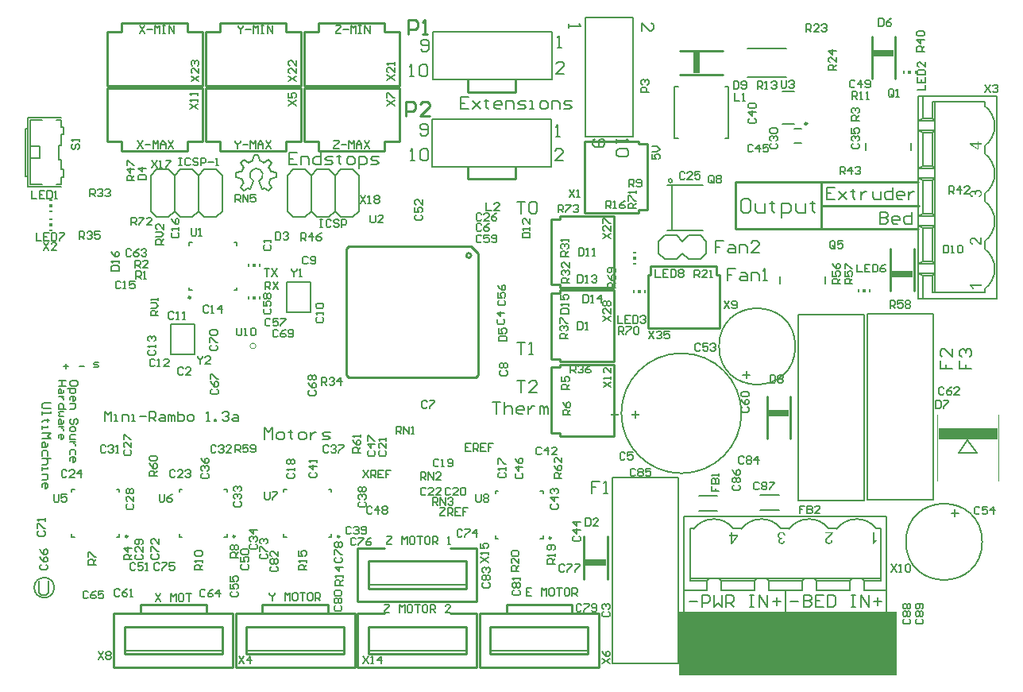
<source format=gto>
G04 Layer_Color=65535*
%FSLAX24Y24*%
%MOIN*%
G70*
G01*
G75*
%ADD50C,0.0080*%
%ADD53C,0.0070*%
%ADD54C,0.0100*%
%ADD110C,0.0098*%
%ADD111C,0.0050*%
%ADD112C,0.0000*%
%ADD113C,0.0060*%
%ADD114C,0.0079*%
%ADD115C,0.0040*%
%ADD116R,0.9183X0.2710*%
%ADD117R,0.0120X0.0059*%
%ADD118R,0.0120X0.0060*%
%ADD119R,0.0120X0.0119*%
%ADD120R,0.0059X0.0120*%
%ADD121R,0.0060X0.0120*%
%ADD122R,0.0119X0.0120*%
%ADD123R,0.2450X0.0492*%
%ADD124R,0.0879X0.0295*%
%ADD125R,0.0295X0.0879*%
G36*
X49941Y32277D02*
X50060D01*
Y32215D01*
X49941D01*
Y32000D01*
X49885D01*
X49564Y32227D01*
Y32277D01*
X49885D01*
Y32344D01*
X49941D01*
Y32277D01*
D02*
G37*
G36*
X45549Y15570D02*
X45550Y15570D01*
X45553Y15573D01*
X45558Y15577D01*
X45565Y15583D01*
X45573Y15589D01*
X45583Y15596D01*
X45595Y15604D01*
X45607Y15612D01*
X45608D01*
X45609Y15613D01*
X45613Y15616D01*
X45620Y15620D01*
X45629Y15624D01*
X45638Y15629D01*
X45649Y15634D01*
X45660Y15639D01*
X45671Y15644D01*
Y15584D01*
X45670D01*
X45669Y15583D01*
X45666Y15582D01*
X45663Y15580D01*
X45658Y15577D01*
X45653Y15575D01*
X45641Y15568D01*
X45627Y15560D01*
X45612Y15550D01*
X45597Y15539D01*
X45582Y15527D01*
X45582Y15526D01*
X45581Y15525D01*
X45576Y15521D01*
X45570Y15514D01*
X45561Y15505D01*
X45552Y15495D01*
X45543Y15483D01*
X45535Y15471D01*
X45528Y15459D01*
X45488D01*
Y15958D01*
X45549D01*
Y15570D01*
D02*
G37*
G36*
X43820Y15958D02*
Y15954D01*
Y15950D01*
X43819Y15945D01*
X43819Y15939D01*
X43818Y15932D01*
X43816Y15924D01*
X43813Y15917D01*
Y15916D01*
X43813Y15915D01*
X43811Y15911D01*
X43808Y15905D01*
X43803Y15896D01*
X43798Y15886D01*
X43791Y15874D01*
X43783Y15863D01*
X43773Y15851D01*
Y15850D01*
X43772Y15849D01*
X43768Y15845D01*
X43762Y15838D01*
X43753Y15829D01*
X43741Y15818D01*
X43728Y15806D01*
X43711Y15791D01*
X43693Y15775D01*
X43692Y15775D01*
X43689Y15772D01*
X43686Y15769D01*
X43680Y15764D01*
X43673Y15759D01*
X43666Y15752D01*
X43649Y15738D01*
X43631Y15720D01*
X43613Y15703D01*
X43604Y15694D01*
X43596Y15686D01*
X43590Y15678D01*
X43583Y15670D01*
Y15669D01*
X43582Y15669D01*
X43580Y15666D01*
X43579Y15663D01*
X43574Y15656D01*
X43569Y15646D01*
X43564Y15635D01*
X43559Y15623D01*
X43556Y15609D01*
X43555Y15596D01*
Y15595D01*
Y15595D01*
X43556Y15590D01*
X43556Y15583D01*
X43558Y15575D01*
X43562Y15565D01*
X43566Y15555D01*
X43572Y15545D01*
X43581Y15535D01*
X43583Y15534D01*
X43586Y15531D01*
X43592Y15527D01*
X43599Y15522D01*
X43609Y15518D01*
X43621Y15514D01*
X43634Y15511D01*
X43649Y15510D01*
X43654D01*
X43657Y15511D01*
X43664Y15511D01*
X43674Y15513D01*
X43686Y15517D01*
X43698Y15521D01*
X43709Y15528D01*
X43720Y15537D01*
X43720Y15539D01*
X43723Y15542D01*
X43728Y15548D01*
X43732Y15556D01*
X43738Y15567D01*
X43741Y15579D01*
X43745Y15593D01*
X43746Y15610D01*
X43809Y15603D01*
Y15602D01*
Y15600D01*
X43808Y15596D01*
X43807Y15592D01*
X43806Y15586D01*
X43805Y15579D01*
X43800Y15564D01*
X43794Y15546D01*
X43786Y15529D01*
X43775Y15511D01*
X43769Y15504D01*
X43761Y15496D01*
X43760Y15496D01*
X43759Y15495D01*
X43757Y15493D01*
X43754Y15490D01*
X43749Y15488D01*
X43744Y15484D01*
X43738Y15481D01*
X43731Y15477D01*
X43723Y15474D01*
X43715Y15471D01*
X43705Y15468D01*
X43695Y15465D01*
X43673Y15461D01*
X43661Y15460D01*
X43648Y15459D01*
X43641D01*
X43636Y15460D01*
X43630Y15461D01*
X43623Y15462D01*
X43615Y15462D01*
X43607Y15465D01*
X43589Y15469D01*
X43570Y15476D01*
X43560Y15480D01*
X43551Y15486D01*
X43543Y15493D01*
X43534Y15499D01*
X43534Y15500D01*
X43533Y15501D01*
X43531Y15503D01*
X43528Y15506D01*
X43525Y15511D01*
X43521Y15515D01*
X43513Y15527D01*
X43506Y15541D01*
X43499Y15558D01*
X43494Y15576D01*
X43493Y15587D01*
X43492Y15598D01*
Y15599D01*
Y15603D01*
X43493Y15609D01*
X43494Y15617D01*
X43495Y15626D01*
X43497Y15635D01*
X43500Y15646D01*
X43505Y15657D01*
X43506Y15658D01*
X43507Y15662D01*
X43510Y15667D01*
X43515Y15675D01*
X43520Y15684D01*
X43527Y15694D01*
X43536Y15705D01*
X43546Y15717D01*
X43547Y15719D01*
X43551Y15723D01*
X43558Y15730D01*
X43562Y15734D01*
X43568Y15740D01*
X43574Y15746D01*
X43581Y15753D01*
X43589Y15759D01*
X43597Y15768D01*
X43606Y15776D01*
X43617Y15785D01*
X43627Y15794D01*
X43639Y15805D01*
X43640Y15806D01*
X43642Y15807D01*
X43645Y15809D01*
X43649Y15812D01*
X43658Y15820D01*
X43669Y15830D01*
X43680Y15840D01*
X43692Y15851D01*
X43702Y15860D01*
X43706Y15864D01*
X43710Y15868D01*
X43710Y15868D01*
X43712Y15871D01*
X43715Y15874D01*
X43719Y15878D01*
X43727Y15888D01*
X43735Y15900D01*
X43491D01*
Y15958D01*
X43820D01*
Y15958D01*
D02*
G37*
G36*
X41674Y15966D02*
X41680Y15965D01*
X41686Y15964D01*
X41694Y15964D01*
X41701Y15962D01*
X41719Y15958D01*
X41737Y15950D01*
X41746Y15946D01*
X41754Y15941D01*
X41763Y15935D01*
X41772Y15928D01*
X41772Y15927D01*
X41773Y15927D01*
X41776Y15924D01*
X41779Y15921D01*
X41782Y15917D01*
X41785Y15912D01*
X41790Y15907D01*
X41794Y15901D01*
X41803Y15886D01*
X41810Y15868D01*
X41817Y15849D01*
X41819Y15838D01*
X41821Y15827D01*
X41760Y15818D01*
Y15819D01*
X41759Y15821D01*
Y15824D01*
X41757Y15827D01*
X41755Y15836D01*
X41751Y15847D01*
X41747Y15859D01*
X41741Y15872D01*
X41733Y15883D01*
X41725Y15893D01*
X41723Y15894D01*
X41720Y15897D01*
X41715Y15900D01*
X41707Y15905D01*
X41699Y15908D01*
X41689Y15912D01*
X41676Y15915D01*
X41664Y15916D01*
X41659D01*
X41656Y15915D01*
X41649Y15914D01*
X41639Y15912D01*
X41627Y15908D01*
X41614Y15904D01*
X41602Y15896D01*
X41591Y15886D01*
X41590Y15885D01*
X41587Y15881D01*
X41582Y15875D01*
X41576Y15866D01*
X41571Y15855D01*
X41566Y15843D01*
X41563Y15828D01*
X41562Y15812D01*
Y15812D01*
Y15811D01*
Y15809D01*
X41562Y15806D01*
X41563Y15798D01*
X41565Y15788D01*
X41568Y15778D01*
X41574Y15765D01*
X41580Y15754D01*
X41590Y15744D01*
X41591Y15742D01*
X41594Y15739D01*
X41600Y15735D01*
X41608Y15730D01*
X41618Y15725D01*
X41630Y15721D01*
X41643Y15718D01*
X41658Y15716D01*
X41665D01*
X41670Y15717D01*
X41676Y15718D01*
X41684Y15719D01*
X41692Y15720D01*
X41701Y15722D01*
X41695Y15669D01*
X41691D01*
X41688Y15669D01*
X41678D01*
X41671Y15669D01*
X41661Y15667D01*
X41651Y15665D01*
X41639Y15661D01*
X41627Y15657D01*
X41615Y15650D01*
X41614Y15649D01*
X41610Y15646D01*
X41605Y15641D01*
X41599Y15634D01*
X41593Y15626D01*
X41589Y15615D01*
X41585Y15602D01*
X41583Y15587D01*
Y15586D01*
Y15586D01*
Y15582D01*
X41585Y15576D01*
X41587Y15567D01*
X41589Y15559D01*
X41593Y15550D01*
X41599Y15540D01*
X41606Y15532D01*
X41607Y15531D01*
X41610Y15528D01*
X41615Y15524D01*
X41622Y15521D01*
X41630Y15516D01*
X41640Y15513D01*
X41652Y15510D01*
X41664Y15509D01*
X41670D01*
X41677Y15511D01*
X41685Y15512D01*
X41695Y15515D01*
X41704Y15519D01*
X41714Y15524D01*
X41724Y15532D01*
X41725Y15533D01*
X41728Y15536D01*
X41732Y15541D01*
X41736Y15549D01*
X41741Y15558D01*
X41746Y15569D01*
X41751Y15583D01*
X41754Y15598D01*
X41815Y15588D01*
Y15587D01*
X41814Y15585D01*
X41813Y15582D01*
X41813Y15578D01*
X41811Y15573D01*
X41810Y15567D01*
X41804Y15553D01*
X41798Y15538D01*
X41789Y15522D01*
X41779Y15507D01*
X41765Y15493D01*
X41764Y15493D01*
X41763Y15492D01*
X41761Y15490D01*
X41757Y15488D01*
X41754Y15486D01*
X41749Y15483D01*
X41738Y15476D01*
X41723Y15470D01*
X41706Y15465D01*
X41687Y15461D01*
X41676Y15459D01*
X41659D01*
X41652Y15460D01*
X41642Y15462D01*
X41630Y15464D01*
X41617Y15467D01*
X41605Y15471D01*
X41592Y15477D01*
X41591D01*
X41590Y15478D01*
X41586Y15480D01*
X41580Y15484D01*
X41572Y15490D01*
X41564Y15496D01*
X41555Y15505D01*
X41546Y15515D01*
X41539Y15525D01*
X41538Y15527D01*
X41536Y15530D01*
X41533Y15536D01*
X41530Y15544D01*
X41527Y15554D01*
X41524Y15564D01*
X41521Y15576D01*
X41521Y15589D01*
Y15590D01*
Y15594D01*
X41521Y15600D01*
X41523Y15607D01*
X41525Y15617D01*
X41528Y15626D01*
X41532Y15637D01*
X41538Y15647D01*
X41539Y15648D01*
X41541Y15651D01*
X41546Y15656D01*
X41551Y15662D01*
X41559Y15669D01*
X41567Y15676D01*
X41577Y15683D01*
X41590Y15689D01*
X41589D01*
X41587Y15690D01*
X41585D01*
X41582Y15691D01*
X41574Y15694D01*
X41565Y15698D01*
X41554Y15704D01*
X41543Y15711D01*
X41531Y15720D01*
X41521Y15731D01*
X41521Y15733D01*
X41518Y15738D01*
X41514Y15744D01*
X41509Y15753D01*
X41504Y15765D01*
X41500Y15778D01*
X41497Y15794D01*
X41497Y15812D01*
Y15812D01*
Y15815D01*
Y15818D01*
X41497Y15822D01*
X41498Y15828D01*
X41499Y15834D01*
X41500Y15842D01*
X41503Y15849D01*
X41508Y15867D01*
X41512Y15877D01*
X41517Y15886D01*
X41522Y15895D01*
X41528Y15904D01*
X41536Y15913D01*
X41544Y15922D01*
X41545Y15923D01*
X41546Y15924D01*
X41549Y15926D01*
X41552Y15929D01*
X41557Y15933D01*
X41563Y15936D01*
X41570Y15940D01*
X41577Y15944D01*
X41585Y15948D01*
X41594Y15952D01*
X41604Y15956D01*
X41614Y15960D01*
X41626Y15963D01*
X41638Y15964D01*
X41651Y15966D01*
X41664Y15967D01*
X41670D01*
X41674Y15966D01*
D02*
G37*
G36*
X39605Y15840D02*
X39821D01*
Y15784D01*
X39594Y15462D01*
X39544D01*
Y15784D01*
X39477D01*
Y15840D01*
X39544D01*
Y15958D01*
X39605D01*
Y15840D01*
D02*
G37*
G36*
X34701Y20903D02*
X34836D01*
Y20846D01*
X34701D01*
Y20710D01*
X34643D01*
Y20846D01*
X34508D01*
Y20903D01*
X34643D01*
Y21038D01*
X34701D01*
Y20903D01*
D02*
G37*
G36*
X35567D02*
X35702D01*
Y20846D01*
X35567D01*
Y20710D01*
X35509D01*
Y20846D01*
X35374D01*
Y20903D01*
X35509D01*
Y21038D01*
X35567D01*
Y20903D01*
D02*
G37*
G36*
X50060Y26272D02*
X49671D01*
X49672Y26271D01*
X49675Y26268D01*
X49679Y26263D01*
X49684Y26256D01*
X49691Y26248D01*
X49698Y26238D01*
X49706Y26226D01*
X49714Y26214D01*
Y26213D01*
X49715Y26212D01*
X49718Y26207D01*
X49721Y26201D01*
X49726Y26192D01*
X49731Y26183D01*
X49736Y26172D01*
X49741Y26161D01*
X49745Y26150D01*
X49686D01*
Y26151D01*
X49685Y26152D01*
X49684Y26155D01*
X49681Y26158D01*
X49679Y26163D01*
X49677Y26168D01*
X49670Y26180D01*
X49662Y26194D01*
X49652Y26209D01*
X49640Y26224D01*
X49628Y26238D01*
X49628Y26239D01*
X49627Y26240D01*
X49622Y26244D01*
X49615Y26251D01*
X49607Y26260D01*
X49597Y26269D01*
X49585Y26278D01*
X49573Y26286D01*
X49561Y26293D01*
Y26333D01*
X50060D01*
Y26272D01*
D02*
G37*
G36*
X49924Y30324D02*
X49930Y30323D01*
X49936Y30322D01*
X49944Y30321D01*
X49951Y30318D01*
X49969Y30313D01*
X49978Y30309D01*
X49987Y30304D01*
X49997Y30299D01*
X50006Y30293D01*
X50015Y30285D01*
X50024Y30277D01*
X50024Y30276D01*
X50026Y30274D01*
X50027Y30272D01*
X50031Y30268D01*
X50034Y30264D01*
X50038Y30258D01*
X50042Y30251D01*
X50046Y30244D01*
X50050Y30236D01*
X50054Y30227D01*
X50058Y30217D01*
X50062Y30206D01*
X50065Y30195D01*
X50066Y30183D01*
X50068Y30170D01*
X50068Y30157D01*
Y30156D01*
Y30154D01*
Y30151D01*
X50068Y30147D01*
X50067Y30141D01*
X50066Y30135D01*
X50065Y30127D01*
X50064Y30119D01*
X50059Y30102D01*
X50052Y30084D01*
X50048Y30075D01*
X50043Y30067D01*
X50037Y30057D01*
X50030Y30049D01*
X50029Y30048D01*
X50028Y30048D01*
X50026Y30045D01*
X50023Y30042D01*
X50018Y30039D01*
X50014Y30036D01*
X50009Y30031D01*
X50003Y30027D01*
X49987Y30018D01*
X49970Y30011D01*
X49950Y30004D01*
X49940Y30002D01*
X49928Y30000D01*
X49920Y30061D01*
X49921D01*
X49922Y30062D01*
X49925D01*
X49928Y30064D01*
X49938Y30066D01*
X49949Y30070D01*
X49961Y30074D01*
X49974Y30080D01*
X49985Y30088D01*
X49995Y30096D01*
X49996Y30098D01*
X49999Y30101D01*
X50002Y30106D01*
X50006Y30113D01*
X50010Y30122D01*
X50014Y30132D01*
X50017Y30144D01*
X50018Y30157D01*
Y30158D01*
Y30160D01*
Y30162D01*
X50017Y30165D01*
X50016Y30172D01*
X50014Y30182D01*
X50010Y30194D01*
X50006Y30206D01*
X49998Y30218D01*
X49988Y30230D01*
X49987Y30231D01*
X49983Y30234D01*
X49977Y30239D01*
X49968Y30245D01*
X49957Y30250D01*
X49944Y30255D01*
X49930Y30258D01*
X49914Y30259D01*
X49910D01*
X49907Y30259D01*
X49900Y30258D01*
X49890Y30256D01*
X49879Y30252D01*
X49867Y30247D01*
X49856Y30240D01*
X49845Y30231D01*
X49844Y30230D01*
X49841Y30227D01*
X49837Y30221D01*
X49832Y30212D01*
X49826Y30203D01*
X49823Y30191D01*
X49820Y30178D01*
X49818Y30163D01*
Y30162D01*
Y30160D01*
Y30156D01*
X49819Y30150D01*
X49820Y30144D01*
X49820Y30137D01*
X49822Y30129D01*
X49824Y30119D01*
X49770Y30126D01*
Y30127D01*
Y30130D01*
X49771Y30133D01*
Y30136D01*
Y30137D01*
Y30138D01*
Y30140D01*
Y30143D01*
X49770Y30150D01*
X49769Y30160D01*
X49767Y30170D01*
X49763Y30181D01*
X49758Y30194D01*
X49752Y30206D01*
X49751Y30207D01*
X49748Y30211D01*
X49742Y30215D01*
X49736Y30222D01*
X49727Y30228D01*
X49717Y30232D01*
X49704Y30236D01*
X49689Y30237D01*
X49684D01*
X49677Y30236D01*
X49669Y30234D01*
X49661Y30232D01*
X49652Y30228D01*
X49642Y30222D01*
X49634Y30215D01*
X49633Y30214D01*
X49630Y30211D01*
X49626Y30206D01*
X49622Y30199D01*
X49618Y30191D01*
X49615Y30181D01*
X49612Y30169D01*
X49611Y30156D01*
Y30156D01*
Y30155D01*
Y30150D01*
X49612Y30144D01*
X49614Y30136D01*
X49616Y30126D01*
X49621Y30116D01*
X49626Y30107D01*
X49634Y30097D01*
X49634Y30096D01*
X49637Y30093D01*
X49643Y30089D01*
X49650Y30085D01*
X49659Y30079D01*
X49671Y30075D01*
X49684Y30070D01*
X49700Y30067D01*
X49690Y30006D01*
X49689D01*
X49687Y30007D01*
X49684Y30008D01*
X49680Y30008D01*
X49674Y30010D01*
X49668Y30011D01*
X49655Y30017D01*
X49640Y30023D01*
X49624Y30032D01*
X49609Y30042D01*
X49595Y30056D01*
X49594Y30057D01*
X49594Y30057D01*
X49592Y30060D01*
X49590Y30064D01*
X49587Y30067D01*
X49584Y30072D01*
X49578Y30083D01*
X49572Y30098D01*
X49566Y30115D01*
X49563Y30134D01*
X49561Y30144D01*
Y30155D01*
Y30156D01*
Y30156D01*
Y30159D01*
Y30162D01*
X49562Y30169D01*
X49563Y30179D01*
X49566Y30191D01*
X49569Y30203D01*
X49573Y30216D01*
X49579Y30229D01*
Y30230D01*
X49580Y30231D01*
X49582Y30235D01*
X49586Y30241D01*
X49591Y30249D01*
X49598Y30257D01*
X49606Y30266D01*
X49616Y30274D01*
X49627Y30282D01*
X49628Y30283D01*
X49632Y30285D01*
X49638Y30288D01*
X49646Y30291D01*
X49656Y30294D01*
X49666Y30297D01*
X49677Y30299D01*
X49690Y30300D01*
X49696D01*
X49702Y30299D01*
X49709Y30298D01*
X49718Y30296D01*
X49728Y30293D01*
X49739Y30289D01*
X49749Y30283D01*
X49750Y30282D01*
X49753Y30280D01*
X49758Y30275D01*
X49764Y30270D01*
X49770Y30262D01*
X49777Y30254D01*
X49785Y30243D01*
X49791Y30231D01*
Y30232D01*
X49792Y30234D01*
Y30236D01*
X49793Y30239D01*
X49795Y30246D01*
X49800Y30256D01*
X49805Y30267D01*
X49813Y30278D01*
X49822Y30290D01*
X49833Y30299D01*
X49835Y30300D01*
X49839Y30303D01*
X49846Y30307D01*
X49855Y30312D01*
X49866Y30317D01*
X49880Y30321D01*
X49896Y30324D01*
X49913Y30324D01*
X49919D01*
X49924Y30324D01*
D02*
G37*
G36*
X50060Y28001D02*
X50052D01*
X50046Y28002D01*
X50040Y28002D01*
X50034Y28003D01*
X50026Y28005D01*
X50018Y28008D01*
X50018D01*
X50017Y28008D01*
X50012Y28010D01*
X50006Y28013D01*
X49997Y28017D01*
X49987Y28023D01*
X49976Y28030D01*
X49965Y28038D01*
X49953Y28048D01*
X49952D01*
X49951Y28049D01*
X49947Y28053D01*
X49940Y28059D01*
X49931Y28068D01*
X49920Y28079D01*
X49907Y28093D01*
X49893Y28110D01*
X49877Y28128D01*
X49876Y28129D01*
X49874Y28132D01*
X49871Y28135D01*
X49866Y28141D01*
X49860Y28147D01*
X49854Y28155D01*
X49839Y28172D01*
X49822Y28190D01*
X49804Y28208D01*
X49796Y28217D01*
X49788Y28225D01*
X49780Y28231D01*
X49772Y28237D01*
X49771D01*
X49770Y28239D01*
X49768Y28240D01*
X49765Y28242D01*
X49758Y28246D01*
X49748Y28252D01*
X49736Y28257D01*
X49724Y28262D01*
X49711Y28265D01*
X49698Y28266D01*
X49696D01*
X49692Y28265D01*
X49685Y28265D01*
X49677Y28263D01*
X49667Y28259D01*
X49657Y28255D01*
X49646Y28249D01*
X49637Y28240D01*
X49636Y28238D01*
X49633Y28235D01*
X49629Y28229D01*
X49624Y28222D01*
X49619Y28212D01*
X49615Y28200D01*
X49612Y28187D01*
X49612Y28172D01*
Y28171D01*
Y28169D01*
Y28167D01*
X49612Y28164D01*
X49613Y28156D01*
X49615Y28147D01*
X49619Y28135D01*
X49623Y28123D01*
X49630Y28112D01*
X49639Y28101D01*
X49640Y28101D01*
X49643Y28098D01*
X49649Y28093D01*
X49658Y28088D01*
X49668Y28083D01*
X49680Y28079D01*
X49695Y28076D01*
X49711Y28075D01*
X49705Y28012D01*
X49702D01*
X49698Y28013D01*
X49693Y28014D01*
X49687Y28015D01*
X49680Y28016D01*
X49665Y28020D01*
X49648Y28026D01*
X49631Y28035D01*
X49613Y28046D01*
X49606Y28052D01*
X49598Y28060D01*
X49597Y28060D01*
X49597Y28062D01*
X49594Y28064D01*
X49592Y28067D01*
X49590Y28072D01*
X49586Y28077D01*
X49583Y28083D01*
X49579Y28090D01*
X49576Y28098D01*
X49572Y28106D01*
X49569Y28116D01*
X49567Y28126D01*
X49563Y28148D01*
X49562Y28160D01*
X49561Y28173D01*
Y28174D01*
Y28176D01*
Y28180D01*
X49562Y28185D01*
X49563Y28191D01*
X49563Y28198D01*
X49564Y28206D01*
X49566Y28214D01*
X49571Y28232D01*
X49578Y28251D01*
X49582Y28261D01*
X49587Y28270D01*
X49594Y28278D01*
X49601Y28287D01*
X49602Y28287D01*
X49603Y28288D01*
X49605Y28290D01*
X49608Y28293D01*
X49612Y28296D01*
X49617Y28300D01*
X49628Y28308D01*
X49643Y28315D01*
X49659Y28322D01*
X49678Y28327D01*
X49689Y28328D01*
X49699Y28329D01*
X49705D01*
X49711Y28328D01*
X49718Y28327D01*
X49727Y28326D01*
X49737Y28324D01*
X49748Y28321D01*
X49758Y28316D01*
X49760Y28315D01*
X49764Y28314D01*
X49769Y28311D01*
X49777Y28306D01*
X49786Y28301D01*
X49796Y28294D01*
X49807Y28285D01*
X49819Y28275D01*
X49820Y28274D01*
X49825Y28270D01*
X49832Y28263D01*
X49836Y28259D01*
X49842Y28253D01*
X49848Y28247D01*
X49854Y28240D01*
X49861Y28232D01*
X49869Y28224D01*
X49878Y28215D01*
X49887Y28204D01*
X49896Y28194D01*
X49907Y28181D01*
X49907Y28181D01*
X49909Y28179D01*
X49911Y28176D01*
X49914Y28172D01*
X49922Y28163D01*
X49931Y28152D01*
X49942Y28141D01*
X49953Y28129D01*
X49962Y28119D01*
X49966Y28115D01*
X49969Y28111D01*
X49970Y28110D01*
X49972Y28109D01*
X49975Y28106D01*
X49980Y28102D01*
X49990Y28094D01*
X50002Y28085D01*
Y28330D01*
X50060D01*
Y28001D01*
D02*
G37*
%LPC*%
G36*
X49885Y32215D02*
X49663D01*
X49885Y32060D01*
Y32215D01*
D02*
G37*
G36*
X39761Y15784D02*
X39605D01*
Y15561D01*
X39761Y15784D01*
D02*
G37*
%LPD*%
D50*
X37077Y30699D02*
G03*
X37077Y30699I-79J0D01*
G01*
X20150Y30606D02*
G03*
X20230Y30806I-535J330D01*
G01*
X20240Y31086D02*
G03*
X20150Y31266I-561J-168D01*
G01*
X19940Y31466D02*
G03*
X19760Y31546I-346J-535D01*
G01*
X19470Y31536D02*
G03*
X19300Y31466I142J-587D01*
G01*
X19090Y31266D02*
G03*
X19010Y31086I505J-332D01*
G01*
Y30786D02*
G03*
X19090Y30606I596J157D01*
G01*
X19740Y30696D02*
G03*
X19500Y30696I-120J245D01*
G01*
X37067Y28607D02*
Y30502D01*
X38368D01*
X36870D02*
X37067D01*
X36870Y28607D02*
X37067D01*
X38368D01*
X47092Y31988D02*
Y32274D01*
X45197Y31988D02*
Y32274D01*
X41614Y26398D02*
Y26683D01*
X43509Y26398D02*
Y26683D01*
X19740Y30696D02*
X19880Y30356D01*
X19960Y30396D01*
X20140Y30276D01*
X20280Y30416D01*
X20150Y30596D02*
X20280Y30416D01*
X20230Y30796D02*
X20450Y30836D01*
Y31036D01*
X20230Y31076D02*
X20450Y31036D01*
X20140Y31266D02*
X20280Y31456D01*
X20140Y31596D02*
X20280Y31456D01*
X19940Y31466D02*
X20140Y31596D01*
X19710Y31776D02*
X19760Y31536D01*
X19520Y31776D02*
X19710D01*
X19470Y31536D02*
X19520Y31776D01*
X19100Y31596D02*
X19290Y31466D01*
X18960Y31456D02*
X19100Y31596D01*
X18960Y31456D02*
X19090Y31266D01*
X18780Y31036D02*
X19010Y31076D01*
X18780Y30836D02*
Y31036D01*
Y30836D02*
X19000Y30796D01*
X18960Y30416D02*
X19080Y30596D01*
X18960Y30416D02*
X19100Y30276D01*
X19280Y30396D01*
X19350Y30356D01*
X19500Y30696D01*
X49478Y19825D02*
X49878Y19278D01*
X49085D02*
X49478Y19825D01*
X49085Y19278D02*
X49878D01*
X36758Y28413D02*
X37258D01*
X37508Y28163D01*
X37258Y27413D02*
X37508Y27663D01*
Y28163D02*
X37758Y28413D01*
X38258D01*
X38508Y28163D01*
X38258Y27413D02*
X38508Y27663D01*
X37758Y27413D02*
X38258D01*
X37508Y27663D02*
X37758Y27413D01*
X36508Y27663D02*
Y28163D01*
X36758Y28413D01*
X36508Y27663D02*
X36758Y27413D01*
X37258D01*
X38508Y27663D02*
Y28163D01*
X49136Y23138D02*
Y22805D01*
X49386D01*
Y22972D01*
Y22805D01*
X49636D01*
X49219Y23305D02*
X49136Y23388D01*
Y23555D01*
X49219Y23638D01*
X49303D01*
X49386Y23555D01*
Y23472D01*
Y23555D01*
X49469Y23638D01*
X49553D01*
X49636Y23555D01*
Y23388D01*
X49553Y23305D01*
X48319Y23138D02*
Y22805D01*
X48569D01*
Y22972D01*
Y22805D01*
X48819D01*
Y23638D02*
Y23305D01*
X48486Y23638D01*
X48402D01*
X48319Y23555D01*
Y23388D01*
X48402Y23305D01*
X34044Y18098D02*
X33711D01*
Y17848D01*
X33877D01*
X33711D01*
Y17598D01*
X34210D02*
X34377D01*
X34294D01*
Y18098D01*
X34210Y18015D01*
X38943Y10980D02*
Y11480D01*
X39193D01*
X39277Y11396D01*
Y11230D01*
X39193Y11147D01*
X38943D01*
X39526Y10980D02*
X39693D01*
X39776Y11063D01*
Y11230D01*
X39693Y11313D01*
X39526D01*
X39443Y11230D01*
Y11063D01*
X39526Y10980D01*
X39943Y11313D02*
Y11063D01*
X40026Y10980D01*
X40110Y11063D01*
X40193Y10980D01*
X40276Y11063D01*
Y11313D01*
X40693Y10980D02*
X40526D01*
X40443Y11063D01*
Y11230D01*
X40526Y11313D01*
X40693D01*
X40776Y11230D01*
Y11147D01*
X40443D01*
X40943Y11313D02*
Y10980D01*
Y11147D01*
X41026Y11230D01*
X41109Y11313D01*
X41193D01*
X41942Y11480D02*
X42109D01*
X42026D01*
Y10980D01*
X41942D01*
X42109D01*
X42359D02*
Y11313D01*
X42609D01*
X42692Y11230D01*
Y10980D01*
X42859Y10813D02*
Y11313D01*
X43109D01*
X43192Y11230D01*
Y11063D01*
X43109Y10980D01*
X42859D01*
X43359Y11313D02*
Y11063D01*
X43442Y10980D01*
X43692D01*
Y11313D01*
X43942Y11396D02*
Y11313D01*
X43858D01*
X44025D01*
X43942D01*
Y11063D01*
X44025Y10980D01*
X26063Y35069D02*
X26230D01*
X26146D01*
Y35569D01*
X26063Y35485D01*
X26480D02*
X26563Y35569D01*
X26729D01*
X26813Y35485D01*
Y35152D01*
X26729Y35069D01*
X26563D01*
X26480Y35152D01*
Y35485D01*
X26526Y36205D02*
X26609Y36122D01*
X26776D01*
X26859Y36205D01*
Y36539D01*
X26776Y36622D01*
X26609D01*
X26526Y36539D01*
Y36455D01*
X26609Y36372D01*
X26859D01*
X32254Y36299D02*
X32421D01*
X32337D01*
Y36799D01*
X32254Y36716D01*
X32538Y35197D02*
X32205D01*
X32538Y35530D01*
Y35613D01*
X32455Y35697D01*
X32288D01*
X32205Y35613D01*
X26083Y31545D02*
X26249D01*
X26166D01*
Y32045D01*
X26083Y31962D01*
X26499D02*
X26583Y32045D01*
X26749D01*
X26832Y31962D01*
Y31629D01*
X26749Y31545D01*
X26583D01*
X26499Y31629D01*
Y31962D01*
X26496Y32672D02*
X26579Y32589D01*
X26746D01*
X26829Y32672D01*
Y33005D01*
X26746Y33088D01*
X26579D01*
X26496Y33005D01*
Y32922D01*
X26579Y32838D01*
X26829D01*
X32195Y32549D02*
X32361D01*
X32278D01*
Y33049D01*
X32195Y32966D01*
X32489Y31545D02*
X32156D01*
X32489Y31878D01*
Y31962D01*
X32405Y32045D01*
X32239D01*
X32156Y31962D01*
X34747Y32457D02*
Y32290D01*
Y32374D01*
X35247D01*
X35163Y32457D01*
Y32041D02*
X35247Y31957D01*
Y31791D01*
X35163Y31707D01*
X34830D01*
X34747Y31791D01*
Y31957D01*
X34830Y32041D01*
X35163D01*
X33830Y32457D02*
X33747Y32374D01*
Y32207D01*
X33830Y32124D01*
X34163D01*
X34247Y32207D01*
Y32374D01*
X34163Y32457D01*
X34080D01*
X33997Y32374D01*
Y32124D01*
X32732Y37271D02*
Y37104D01*
Y37188D01*
X33232D01*
X33149Y37271D01*
X35783Y36997D02*
Y37330D01*
X36117Y36997D01*
X36200D01*
X36283Y37080D01*
Y37247D01*
X36200Y37330D01*
X39723Y27016D02*
X39390D01*
Y26766D01*
X39556D01*
X39390D01*
Y26516D01*
X39973Y26849D02*
X40140D01*
X40223Y26766D01*
Y26516D01*
X39973D01*
X39890Y26599D01*
X39973Y26682D01*
X40223D01*
X40389Y26516D02*
Y26849D01*
X40639D01*
X40723Y26766D01*
Y26516D01*
X40889D02*
X41056D01*
X40973D01*
Y27016D01*
X40889Y26932D01*
X39231Y28177D02*
X38898D01*
Y27927D01*
X39064D01*
X38898D01*
Y27677D01*
X39481Y28010D02*
X39647D01*
X39731Y27927D01*
Y27677D01*
X39481D01*
X39397Y27760D01*
X39481Y27844D01*
X39731D01*
X39897Y27677D02*
Y28010D01*
X40147D01*
X40231Y27927D01*
Y27677D01*
X40730D02*
X40397D01*
X40730Y28010D01*
Y28094D01*
X40647Y28177D01*
X40480D01*
X40397Y28094D01*
X42589Y13325D02*
Y12825D01*
X42839D01*
X42922Y12908D01*
Y12991D01*
X42839Y13075D01*
X42589D01*
X42839D01*
X42922Y13158D01*
Y13241D01*
X42839Y13325D01*
X42589D01*
X43422D02*
X43088D01*
Y12825D01*
X43422D01*
X43088Y13075D02*
X43255D01*
X43588Y13325D02*
Y12825D01*
X43838D01*
X43921Y12908D01*
Y13241D01*
X43838Y13325D01*
X43588D01*
X44588D02*
X44755D01*
X44671D01*
Y12825D01*
X44588D01*
X44755D01*
X45004D02*
Y13325D01*
X45338Y12825D01*
Y13325D01*
X38327Y12825D02*
Y13325D01*
X38577D01*
X38660Y13241D01*
Y13075D01*
X38577Y12991D01*
X38327D01*
X38827Y13325D02*
Y12825D01*
X38993Y12991D01*
X39160Y12825D01*
Y13325D01*
X39326Y12825D02*
Y13325D01*
X39576D01*
X39660Y13241D01*
Y13075D01*
X39576Y12991D01*
X39326D01*
X39493D02*
X39660Y12825D01*
X40326Y13325D02*
X40493D01*
X40409D01*
Y12825D01*
X40326D01*
X40493D01*
X40743D02*
Y13325D01*
X41076Y12825D01*
Y13325D01*
X13260Y20630D02*
Y21030D01*
X13393Y20897D01*
X13527Y21030D01*
Y20630D01*
X13660D02*
X13793D01*
X13727D01*
Y20897D01*
X13660D01*
X13993Y20630D02*
Y20897D01*
X14193D01*
X14260Y20830D01*
Y20630D01*
X14393D02*
X14526D01*
X14460D01*
Y20897D01*
X14393D01*
X14726Y20830D02*
X14993D01*
X15126Y20630D02*
Y21030D01*
X15326D01*
X15393Y20963D01*
Y20830D01*
X15326Y20763D01*
X15126D01*
X15259D02*
X15393Y20630D01*
X15593Y20897D02*
X15726D01*
X15793Y20830D01*
Y20630D01*
X15593D01*
X15526Y20697D01*
X15593Y20763D01*
X15793D01*
X15926Y20630D02*
Y20897D01*
X15992D01*
X16059Y20830D01*
Y20630D01*
Y20830D01*
X16126Y20897D01*
X16192Y20830D01*
Y20630D01*
X16326Y21030D02*
Y20630D01*
X16526D01*
X16592Y20697D01*
Y20763D01*
Y20830D01*
X16526Y20897D01*
X16326D01*
X16792Y20630D02*
X16925D01*
X16992Y20697D01*
Y20830D01*
X16925Y20897D01*
X16792D01*
X16726Y20830D01*
Y20697D01*
X16792Y20630D01*
X17525D02*
X17659D01*
X17592D01*
Y21030D01*
X17525Y20963D01*
X17859Y20630D02*
Y20697D01*
X17925D01*
Y20630D01*
X17859D01*
X18192Y20963D02*
X18258Y21030D01*
X18392D01*
X18458Y20963D01*
Y20897D01*
X18392Y20830D01*
X18325D01*
X18392D01*
X18458Y20763D01*
Y20697D01*
X18392Y20630D01*
X18258D01*
X18192Y20697D01*
X18658Y20897D02*
X18792D01*
X18858Y20830D01*
Y20630D01*
X18658D01*
X18592Y20697D01*
X18658Y20763D01*
X18858D01*
X43906Y30431D02*
X43573D01*
Y29931D01*
X43906D01*
X43573Y30181D02*
X43739D01*
X44073Y30264D02*
X44406Y29931D01*
X44239Y30098D01*
X44406Y30264D01*
X44073Y29931D01*
X44656Y30348D02*
Y30264D01*
X44573D01*
X44739D01*
X44656D01*
Y30014D01*
X44739Y29931D01*
X44989Y30264D02*
Y29931D01*
Y30098D01*
X45072Y30181D01*
X45156Y30264D01*
X45239D01*
X45489D02*
Y30014D01*
X45572Y29931D01*
X45822D01*
Y30264D01*
X46322Y30431D02*
Y29931D01*
X46072D01*
X45989Y30014D01*
Y30181D01*
X46072Y30264D01*
X46322D01*
X46738Y29931D02*
X46572D01*
X46489Y30014D01*
Y30181D01*
X46572Y30264D01*
X46738D01*
X46822Y30181D01*
Y30098D01*
X46489D01*
X46988Y30264D02*
Y29931D01*
Y30098D01*
X47072Y30181D01*
X47155Y30264D01*
X47238D01*
X45787Y29397D02*
Y28898D01*
X46037D01*
X46121Y28981D01*
Y29064D01*
X46037Y29148D01*
X45787D01*
X46037D01*
X46121Y29231D01*
Y29314D01*
X46037Y29397D01*
X45787D01*
X46537Y28898D02*
X46371D01*
X46287Y28981D01*
Y29148D01*
X46371Y29231D01*
X46537D01*
X46620Y29148D01*
Y29064D01*
X46287D01*
X47120Y29397D02*
Y28898D01*
X46870D01*
X46787Y28981D01*
Y29148D01*
X46870Y29231D01*
X47120D01*
X30571Y29831D02*
X30904D01*
X30737D01*
Y29331D01*
X31071Y29747D02*
X31154Y29831D01*
X31321D01*
X31404Y29747D01*
Y29414D01*
X31321Y29331D01*
X31154D01*
X31071Y29414D01*
Y29747D01*
X30571Y23925D02*
X30904D01*
X30737D01*
Y23425D01*
X31071D02*
X31237D01*
X31154D01*
Y23925D01*
X31071Y23842D01*
X30571Y22311D02*
X30904D01*
X30737D01*
Y21811D01*
X31404D02*
X31071D01*
X31404Y22144D01*
Y22228D01*
X31321Y22311D01*
X31154D01*
X31071Y22228D01*
X37805Y13045D02*
X38138D01*
X41304D02*
X41637D01*
X41471Y13212D02*
Y12879D01*
X42037Y13055D02*
X42371D01*
X45536D02*
X45869D01*
X45703Y13222D02*
Y12888D01*
X40270Y29950D02*
X40070D01*
X39970Y29850D01*
Y29450D01*
X40070Y29350D01*
X40270D01*
X40370Y29450D01*
Y29850D01*
X40270Y29950D01*
X40570Y29750D02*
Y29450D01*
X40670Y29350D01*
X40970D01*
Y29750D01*
X41270Y29850D02*
Y29750D01*
X41170D01*
X41370D01*
X41270D01*
Y29450D01*
X41370Y29350D01*
X41670Y29150D02*
Y29750D01*
X41970D01*
X42070Y29650D01*
Y29450D01*
X41970Y29350D01*
X41670D01*
X42270Y29750D02*
Y29450D01*
X42370Y29350D01*
X42670D01*
Y29750D01*
X42969Y29850D02*
Y29750D01*
X42870D01*
X43069D01*
X42969D01*
Y29450D01*
X43069Y29350D01*
X19970Y19833D02*
Y20333D01*
X20137Y20166D01*
X20304Y20333D01*
Y19833D01*
X20554D02*
X20720D01*
X20804Y19916D01*
Y20083D01*
X20720Y20166D01*
X20554D01*
X20470Y20083D01*
Y19916D01*
X20554Y19833D01*
X21053Y20249D02*
Y20166D01*
X20970D01*
X21137D01*
X21053D01*
Y19916D01*
X21137Y19833D01*
X21470D02*
X21637D01*
X21720Y19916D01*
Y20083D01*
X21637Y20166D01*
X21470D01*
X21387Y20083D01*
Y19916D01*
X21470Y19833D01*
X21887Y20166D02*
Y19833D01*
Y19999D01*
X21970Y20083D01*
X22053Y20166D01*
X22136D01*
X22386Y19833D02*
X22636D01*
X22720Y19916D01*
X22636Y19999D01*
X22470D01*
X22386Y20083D01*
X22470Y20166D01*
X22720D01*
X21347Y31878D02*
X21014D01*
Y31378D01*
X21347D01*
X21014Y31628D02*
X21180D01*
X21514Y31378D02*
Y31711D01*
X21764D01*
X21847Y31628D01*
Y31378D01*
X22347Y31878D02*
Y31378D01*
X22097D01*
X22013Y31461D01*
Y31628D01*
X22097Y31711D01*
X22347D01*
X22513Y31378D02*
X22763D01*
X22847Y31461D01*
X22763Y31545D01*
X22597D01*
X22513Y31628D01*
X22597Y31711D01*
X22847D01*
X23096Y31794D02*
Y31711D01*
X23013D01*
X23180D01*
X23096D01*
Y31461D01*
X23180Y31378D01*
X23513D02*
X23680D01*
X23763Y31461D01*
Y31628D01*
X23680Y31711D01*
X23513D01*
X23430Y31628D01*
Y31461D01*
X23513Y31378D01*
X23930Y31211D02*
Y31711D01*
X24179D01*
X24263Y31628D01*
Y31461D01*
X24179Y31378D01*
X23930D01*
X24429D02*
X24679D01*
X24763Y31461D01*
X24679Y31545D01*
X24513D01*
X24429Y31628D01*
X24513Y31711D01*
X24763D01*
X29537Y21405D02*
X29871D01*
X29704D01*
Y20906D01*
X30037Y21405D02*
Y20906D01*
Y21155D01*
X30121Y21239D01*
X30287D01*
X30370Y21155D01*
Y20906D01*
X30787D02*
X30620D01*
X30537Y20989D01*
Y21155D01*
X30620Y21239D01*
X30787D01*
X30870Y21155D01*
Y21072D01*
X30537D01*
X31037Y21239D02*
Y20906D01*
Y21072D01*
X31120Y21155D01*
X31204Y21239D01*
X31287D01*
X31537Y20906D02*
Y21239D01*
X31620D01*
X31703Y21155D01*
Y20906D01*
Y21155D01*
X31787Y21239D01*
X31870Y21155D01*
Y20906D01*
X28522Y34201D02*
X28189D01*
Y33701D01*
X28522D01*
X28189Y33951D02*
X28356D01*
X28689Y34034D02*
X29022Y33701D01*
X28855Y33867D01*
X29022Y34034D01*
X28689Y33701D01*
X29272Y34117D02*
Y34034D01*
X29189D01*
X29355D01*
X29272D01*
Y33784D01*
X29355Y33701D01*
X29855D02*
X29688D01*
X29605Y33784D01*
Y33951D01*
X29688Y34034D01*
X29855D01*
X29938Y33951D01*
Y33867D01*
X29605D01*
X30105Y33701D02*
Y34034D01*
X30355D01*
X30438Y33951D01*
Y33701D01*
X30605D02*
X30855D01*
X30938Y33784D01*
X30855Y33867D01*
X30688D01*
X30605Y33951D01*
X30688Y34034D01*
X30938D01*
X31105Y33701D02*
X31271D01*
X31188D01*
Y34034D01*
X31105D01*
X31605Y33701D02*
X31771D01*
X31854Y33784D01*
Y33951D01*
X31771Y34034D01*
X31605D01*
X31521Y33951D01*
Y33784D01*
X31605Y33701D01*
X32021D02*
Y34034D01*
X32271D01*
X32354Y33951D01*
Y33701D01*
X32521D02*
X32771D01*
X32854Y33784D01*
X32771Y33867D01*
X32604D01*
X32521Y33951D01*
X32604Y34034D01*
X32854D01*
D53*
X10990Y21378D02*
X10690D01*
X10630Y21318D01*
Y21198D01*
X10690Y21138D01*
X10990D01*
X10630Y21018D02*
Y20898D01*
Y20958D01*
X10990D01*
Y21018D01*
X10930Y20658D02*
X10870D01*
Y20718D01*
Y20598D01*
Y20658D01*
X10690D01*
X10630Y20598D01*
Y20418D02*
Y20298D01*
Y20358D01*
X10870D01*
Y20418D01*
X10630Y20118D02*
X10990D01*
X10870Y19998D01*
X10990Y19878D01*
X10630D01*
X10870Y19698D02*
Y19579D01*
X10810Y19519D01*
X10630D01*
Y19698D01*
X10690Y19758D01*
X10750Y19698D01*
Y19519D01*
X10870Y19159D02*
Y19339D01*
X10810Y19399D01*
X10690D01*
X10630Y19339D01*
Y19159D01*
X10990Y19039D02*
X10630D01*
X10810D01*
X10870Y18979D01*
Y18859D01*
X10810Y18799D01*
X10630D01*
Y18679D02*
Y18559D01*
Y18619D01*
X10870D01*
Y18679D01*
X10630Y18379D02*
X10870D01*
Y18199D01*
X10810Y18139D01*
X10630D01*
Y17839D02*
Y17959D01*
X10690Y18019D01*
X10810D01*
X10870Y17959D01*
Y17839D01*
X10810Y17779D01*
X10750D01*
Y18019D01*
D54*
X28638Y27562D02*
G03*
X28638Y27562I-100J0D01*
G01*
X28514Y30768D02*
Y31270D01*
Y30768D02*
X30502D01*
Y31240D01*
X28494Y34429D02*
Y34931D01*
Y34429D02*
X30482D01*
Y34902D01*
X23510Y27956D02*
X28638D01*
X23412Y27857D02*
X23510Y27956D01*
X23412Y22540D02*
Y27857D01*
Y22540D02*
X23510Y22440D01*
X28828D01*
X28928Y22540D01*
Y27661D01*
X28638Y27956D02*
X28928Y27661D01*
X23878Y12542D02*
X24998D01*
X27753D02*
X28878D01*
Y10287D02*
Y12542D01*
X23878Y10287D02*
X28878D01*
X23878D02*
Y12542D01*
X28429Y10837D02*
Y11988D01*
X24318Y10837D02*
X28429D01*
X24318D02*
Y11988D01*
X28429D01*
X23878Y15298D02*
X24998D01*
X27753D02*
X28878D01*
Y13043D02*
Y15298D01*
X23878Y13043D02*
X28878D01*
X23878D02*
Y15298D01*
X28429Y13593D02*
Y14744D01*
X24318Y13593D02*
X28429D01*
X24318D02*
Y14744D01*
X28429D01*
X21622Y34697D02*
Y36952D01*
Y34697D02*
X25622D01*
Y36952D01*
X24997D02*
X25622D01*
X24997D02*
Y37327D01*
X22242D02*
X24997D01*
X22242Y36952D02*
Y37327D01*
X21622Y36952D02*
X22242D01*
X17488Y34697D02*
Y36952D01*
Y34697D02*
X21488D01*
Y36952D01*
X20863D02*
X21488D01*
X20863D02*
Y37327D01*
X18108D02*
X20863D01*
X18108Y36952D02*
Y37327D01*
X17488Y36952D02*
X18108D01*
X13354Y34697D02*
Y36952D01*
Y34697D02*
X17354D01*
Y36952D01*
X16729D02*
X17354D01*
X16729D02*
Y37327D01*
X13974D02*
X16729D01*
X13974Y36952D02*
Y37327D01*
X13354Y36952D02*
X13974D01*
X21488Y32340D02*
Y34595D01*
X17488D02*
X21488D01*
X17488Y32340D02*
Y34595D01*
Y32340D02*
X18113D01*
Y31965D02*
Y32340D01*
Y31965D02*
X20868D01*
Y32340D01*
X21488D01*
X25622D02*
Y34595D01*
X21622D02*
X25622D01*
X21622Y32340D02*
Y34595D01*
Y32340D02*
X22247D01*
Y31965D02*
Y32340D01*
Y31965D02*
X25002D01*
Y32340D01*
X25622D01*
X17354D02*
Y34595D01*
X13354D02*
X17354D01*
X13354Y32340D02*
Y34595D01*
Y32340D02*
X13979D01*
Y31965D02*
Y32340D01*
Y31965D02*
X16734D01*
Y32340D01*
X17354D01*
X32379Y26217D02*
X34634D01*
Y29217D01*
X32379D02*
X34634D01*
X32379Y29092D02*
Y29217D01*
X32004Y29092D02*
X32379D01*
X32004Y26337D02*
Y29092D01*
Y26337D02*
X32379D01*
Y26217D02*
Y26337D01*
Y23106D02*
X34634D01*
Y26106D01*
X32379D02*
X34634D01*
X32379Y25981D02*
Y26106D01*
X32004Y25981D02*
X32379D01*
X32004Y23226D02*
Y25981D01*
Y23226D02*
X32379D01*
Y23106D02*
Y23226D01*
X33398Y32366D02*
X35653D01*
X33398Y29366D02*
Y32366D01*
Y29366D02*
X35653D01*
Y29491D01*
X36028D01*
Y32246D01*
X35653D02*
X36028D01*
X35653D02*
Y32366D01*
X36059Y24500D02*
Y26755D01*
Y24500D02*
X39059D01*
Y26755D01*
X38934D02*
X39059D01*
X38934D02*
Y27130D01*
X36179D02*
X38934D01*
X36179Y26755D02*
Y27130D01*
X36059Y26755D02*
X36179D01*
X32379Y19996D02*
X34634D01*
Y22996D01*
X32379D02*
X34634D01*
X32379Y22871D02*
Y22996D01*
X32004Y22871D02*
X32379D01*
X32004Y20116D02*
Y22871D01*
Y20116D02*
X32379D01*
Y19996D02*
Y20116D01*
X13642Y12542D02*
X14762D01*
Y12917D01*
X17517Y12542D02*
X18642D01*
Y10287D02*
Y12542D01*
X13642Y10287D02*
X18642D01*
X13642D02*
Y12542D01*
X18193Y10837D02*
Y11988D01*
X14082Y10837D02*
X18193D01*
X14082D02*
Y11988D01*
X18193D01*
X14754Y12540D02*
X17509D01*
X14762Y12917D02*
X17517D01*
Y12542D02*
Y12917D01*
X18760Y12542D02*
X19880D01*
Y12917D01*
X22635Y12542D02*
X23760D01*
Y10287D02*
Y12542D01*
X18760Y10287D02*
X23760D01*
X18760D02*
Y12542D01*
X23311Y10837D02*
Y11988D01*
X19200Y10837D02*
X23311D01*
X19200D02*
Y11988D01*
X23311D01*
X19872Y12540D02*
X22627D01*
X19880Y12917D02*
X22635D01*
Y12542D02*
Y12917D01*
X28996Y12542D02*
X30116D01*
Y12917D01*
X32871Y12542D02*
X33996D01*
Y10287D02*
Y12542D01*
X28996Y10287D02*
X33996D01*
X28996D02*
Y12542D01*
X33547Y10837D02*
Y11988D01*
X29436Y10837D02*
X33547D01*
X29436D02*
Y11988D01*
X33547D01*
X30109Y12540D02*
X32864D01*
X30116Y12917D02*
X32871D01*
Y12542D02*
Y12917D01*
X46445Y34976D02*
Y36752D01*
X45453Y34976D02*
Y36752D01*
X46232Y26083D02*
Y27859D01*
X47224Y26083D02*
Y27859D01*
X33358Y13996D02*
Y15772D01*
X34350Y13996D02*
Y15772D01*
X42045Y19868D02*
Y21644D01*
X41053Y19868D02*
Y21644D01*
X37414Y36150D02*
X39190D01*
X37414Y35158D02*
X39190D01*
X39715Y30640D02*
X47410D01*
X39715Y28671D02*
Y30640D01*
Y28671D02*
X47410D01*
X43346Y29656D02*
X47431D01*
X43346Y28671D02*
Y29656D01*
Y28671D02*
Y30640D01*
X25896Y33406D02*
Y34005D01*
X26196D01*
X26296Y33905D01*
Y33705D01*
X26196Y33605D01*
X25896D01*
X26895Y33406D02*
X26495D01*
X26895Y33805D01*
Y33905D01*
X26795Y34005D01*
X26595D01*
X26495Y33905D01*
X25984Y36850D02*
Y37450D01*
X26284D01*
X26384Y37350D01*
Y37150D01*
X26284Y37050D01*
X25984D01*
X26584Y36850D02*
X26784D01*
X26684D01*
Y37450D01*
X26584Y37350D01*
D110*
X16855Y25801D02*
G03*
X16855Y25801I-39J0D01*
G01*
X14213Y15776D02*
G03*
X14213Y15776I-39J0D01*
G01*
X18722D02*
G03*
X18722Y15776I-39J0D01*
G01*
X23108D02*
G03*
X23108Y15776I-39J0D01*
G01*
X31988Y15707D02*
G03*
X31988Y15707I-39J0D01*
G01*
X42744Y33096D02*
G03*
X42744Y33096I-49J0D01*
G01*
D111*
X39981Y20945D02*
G03*
X39981Y20945I-2520J0D01*
G01*
X11140Y13630D02*
G03*
X11140Y13630I-420J0D01*
G01*
X34570Y18241D02*
X37320D01*
Y10441D02*
Y18241D01*
X34570Y10441D02*
X37320D01*
X34570D02*
Y18241D01*
X45125Y17291D02*
Y25091D01*
X42375D02*
X45125D01*
X42375Y17291D02*
Y25091D01*
Y17291D02*
X45125D01*
X45279Y17301D02*
X48029D01*
X45279D02*
Y25101D01*
X48029D01*
Y17301D02*
Y25101D01*
X16800Y26100D02*
Y26218D01*
Y27982D02*
Y28100D01*
X18682Y26100D02*
X18800D01*
X16800D02*
X16918D01*
X18800D02*
Y26218D01*
Y27982D02*
Y28100D01*
X18682D02*
X18800D01*
X16800D02*
X16918D01*
X13756Y15760D02*
X13874D01*
X11874D02*
X11992D01*
X13874Y17642D02*
Y17760D01*
Y15760D02*
Y15878D01*
X13756Y17760D02*
X13874D01*
X11874D02*
X11992D01*
X11874Y17642D02*
Y17760D01*
Y15760D02*
Y15878D01*
X18265Y15760D02*
X18383D01*
X16383D02*
X16501D01*
X18383Y17642D02*
Y17760D01*
Y15760D02*
Y15878D01*
X18265Y17760D02*
X18383D01*
X16383D02*
X16501D01*
X16383Y17642D02*
Y17760D01*
Y15760D02*
Y15878D01*
X22651Y15760D02*
X22769D01*
X20769D02*
X20887D01*
X22769Y17642D02*
Y17760D01*
Y15760D02*
Y15878D01*
X22651Y17760D02*
X22769D01*
X20769D02*
X20887D01*
X20769Y17642D02*
Y17760D01*
Y15760D02*
Y15878D01*
X31532Y15691D02*
X31650D01*
X29650D02*
X29768D01*
X31650Y17573D02*
Y17691D01*
Y15691D02*
Y15809D01*
X31532Y17691D02*
X31650D01*
X29650D02*
X29768D01*
X29650Y17573D02*
Y17691D01*
Y15691D02*
Y15809D01*
X16047Y23411D02*
X17040D01*
X16047D02*
Y24671D01*
X17040D01*
Y23411D02*
Y24671D01*
X20901Y26450D02*
X21894D01*
Y25190D02*
Y26450D01*
X20901Y25190D02*
X21894D01*
X20901D02*
Y26450D01*
D112*
X19601Y23770D02*
G03*
X19601Y23770I-120J0D01*
G01*
D113*
X50190Y26160D02*
G03*
X50610Y27000I-630J840D01*
G01*
D02*
G03*
X50190Y27840I-1050J0D01*
G01*
Y30160D02*
G03*
X50610Y31000I-630J840D01*
G01*
Y33000D02*
G03*
X50190Y33840I-1050J0D01*
G01*
Y28160D02*
G03*
X50610Y29000I-630J840D01*
G01*
D02*
G03*
X50190Y29840I-1050J0D01*
G01*
Y32160D02*
G03*
X50610Y33000I-630J840D01*
G01*
Y31000D02*
G03*
X50190Y31840I-1050J0D01*
G01*
X42240Y23750D02*
G03*
X42240Y23750I-1600J0D01*
G01*
X50084Y15551D02*
G03*
X50084Y15551I-1600J0D01*
G01*
X40821Y16508D02*
G03*
X39981Y16088I0J-1050D01*
G01*
X39661D02*
G03*
X38821Y16508I-840J-630D01*
G01*
X42821D02*
G03*
X41981Y16088I0J-1050D01*
G01*
X43661D02*
G03*
X42821Y16508I-840J-630D01*
G01*
X38821D02*
G03*
X37981Y16088I0J-1050D01*
G01*
X41661D02*
G03*
X40821Y16508I-840J-630D01*
G01*
X44821D02*
G03*
X43981Y16088I0J-1050D01*
G01*
X45661D02*
G03*
X44821Y16508I-840J-630D01*
G01*
X24368Y10977D02*
X28386D01*
X24368Y13733D02*
X28386D01*
X10017Y30440D02*
X11417D01*
X10017D02*
Y30890D01*
Y33340D02*
X11417D01*
X10117Y32140D02*
Y33240D01*
X9917Y32890D02*
X10017D01*
X9917Y32390D02*
Y32890D01*
Y30890D02*
X10017D01*
Y33340D01*
X9917Y31390D02*
Y32390D01*
Y30890D02*
Y31390D01*
X10117Y32140D02*
X10517D01*
X10117Y31640D02*
Y32140D01*
X10517Y31640D02*
Y32140D01*
X10117Y31640D02*
X10517D01*
X10117Y30540D02*
Y31640D01*
X11417Y32940D02*
Y33240D01*
Y32940D02*
X11517D01*
Y32640D02*
Y32940D01*
X11417Y32640D02*
X11517D01*
X11417Y32190D02*
Y32640D01*
X11317Y32190D02*
X11417D01*
X11317Y31590D02*
Y32190D01*
Y31590D02*
X11417D01*
Y31190D02*
Y31590D01*
Y31190D02*
X11517D01*
Y30840D02*
Y31190D01*
X11417Y30840D02*
X11517D01*
X11417Y30540D02*
Y30840D01*
X11217Y33240D02*
X11417D01*
X10117D02*
X10617D01*
X10117Y30540D02*
X10617D01*
X11217D02*
X11417D01*
X14132Y10977D02*
X18150D01*
X19250D02*
X23268D01*
X29486D02*
X33504D01*
X47410Y33200D02*
Y34250D01*
X47610D01*
X50710Y25750D02*
Y34250D01*
X47610D02*
X50710D01*
X47410Y25750D02*
X47610D01*
X50710D01*
X48110Y26000D02*
X50210D01*
X48010D02*
X48110D01*
Y34000D02*
X50210D01*
Y27850D02*
Y28150D01*
Y26000D02*
Y26170D01*
Y33830D02*
Y34000D01*
X48110Y26000D02*
Y26800D01*
Y27200D01*
Y28800D01*
Y29200D01*
Y30800D01*
Y31200D01*
Y32800D01*
Y33200D01*
Y34000D01*
X47410Y25750D02*
Y26800D01*
Y27200D01*
Y28800D01*
Y29200D01*
Y30800D01*
Y31200D01*
Y32800D01*
Y33200D01*
Y30800D02*
X48110D01*
X47410Y31200D02*
X48110D01*
X47610Y25750D02*
Y26700D01*
Y27300D02*
Y28700D01*
Y29300D02*
Y30700D01*
X47410Y30800D02*
X47610Y30700D01*
X48010D01*
X48110Y30800D01*
X48010Y29300D02*
Y30700D01*
Y27300D02*
Y28700D01*
Y26000D02*
Y26700D01*
X47410Y31200D02*
X47610Y31300D01*
Y32700D01*
Y33300D02*
Y34250D01*
Y31300D02*
X48010D01*
X48110Y31200D01*
X48010Y31300D02*
Y32700D01*
Y33300D02*
Y34000D01*
X47410Y27200D02*
X48110D01*
X47410Y26800D02*
X48110D01*
X47610Y26700D02*
X48010D01*
X47610Y27300D02*
X48010D01*
X47410Y27200D02*
X47610Y27300D01*
X47410Y26800D02*
X47610Y26700D01*
X48010D02*
X48110Y26800D01*
X48010Y27300D02*
X48110Y27200D01*
X50210Y29850D02*
Y30150D01*
X47410Y28800D02*
X48110D01*
X47410Y29200D02*
X48110D01*
X47610Y29300D02*
X48010D01*
X47410Y29200D02*
X47610Y29300D01*
X48010D02*
X48110Y29200D01*
X47410Y28800D02*
X47610Y28700D01*
X48010D01*
X48110Y28800D01*
X50210Y31850D02*
Y32150D01*
X47410Y33200D02*
X48110D01*
X47610Y33300D02*
X48010D01*
X47410Y33200D02*
X47610Y33300D01*
X48010D02*
X48110Y33200D01*
X47410Y32800D02*
X48110D01*
X47610Y32700D02*
X48010D01*
X47410Y32800D02*
X47610Y32700D01*
X48010D02*
X48110Y32800D01*
X48010Y34000D02*
X48110D01*
X40190Y22400D02*
Y22700D01*
X40040Y22550D02*
X40340D01*
X48934Y16601D02*
Y16901D01*
X48784Y16751D02*
X49084D01*
X20921Y29426D02*
X21171Y29176D01*
X21671D02*
X21921Y29426D01*
X22171Y29176D01*
X22671D02*
X22921Y29426D01*
X20921D02*
Y30926D01*
X21171Y31176D01*
X21671D01*
X21921Y30926D01*
X22171Y31176D01*
X22671D01*
X22921Y30926D01*
X21921Y29426D02*
Y30926D01*
X22921Y29426D02*
Y30926D01*
X22171Y29176D02*
X22671D01*
X21171D02*
X21671D01*
X22921Y29426D02*
X23171Y29176D01*
X23671D02*
X23921Y29426D01*
X22921Y30926D02*
X23171Y31176D01*
X23671D01*
X23921Y30926D01*
Y29426D02*
Y30926D01*
X23171Y29176D02*
X23671D01*
X15195Y29426D02*
X15445Y29176D01*
X15945D02*
X16195Y29426D01*
X16445Y29176D01*
X16945D02*
X17195Y29426D01*
X15195D02*
Y30926D01*
X15445Y31176D01*
X15945D01*
X16195Y30926D01*
X16445Y31176D01*
X16945D01*
X17195Y30926D01*
X16195Y29426D02*
Y30926D01*
X17195Y29426D02*
Y30926D01*
X16445Y29176D02*
X16945D01*
X15445D02*
X15945D01*
X17195Y29426D02*
X17445Y29176D01*
X17945D02*
X18195Y29426D01*
X17195Y30926D02*
X17445Y31176D01*
X17945D01*
X18195Y30926D01*
Y29426D02*
Y30926D01*
X17445Y29176D02*
X17945D01*
X41831Y11703D02*
Y13553D01*
X37567Y11703D02*
X41831D01*
X37567D02*
Y13603D01*
X41831Y11703D02*
X46067D01*
Y13550D01*
X37821Y13908D02*
Y14008D01*
X39021D02*
X39121Y13908D01*
Y13508D02*
Y13908D01*
X38521D02*
X38621Y14008D01*
X38521Y13508D02*
Y13908D01*
X39671Y16108D02*
X39971D01*
X43021Y14008D02*
X43121Y13908D01*
Y13508D02*
Y13908D01*
X42521D02*
X42621Y14008D01*
X42521Y13508D02*
Y13908D01*
X41671Y16108D02*
X41971D01*
X44521Y13908D02*
X44621Y14008D01*
X45021D02*
X45121Y13908D01*
X44521Y13508D02*
Y13908D01*
X45121Y13508D02*
Y13908D01*
X37821D02*
X38521D01*
X39121D02*
X40521D01*
X40621Y14008D01*
X40521Y13508D02*
Y13908D01*
X37571Y13508D02*
X38521D01*
X39121D02*
X40521D01*
X45121Y13908D02*
X45821D01*
X43121D02*
X44521D01*
X41121D02*
X42521D01*
X41021Y14008D02*
X41121Y13908D01*
Y13508D02*
Y13908D01*
Y13508D02*
X42521D01*
X43121D02*
X44521D01*
X45121D02*
X46071D01*
X37821Y14008D02*
X38621D01*
X39021D01*
X40621D01*
X41021D01*
X42621D01*
X43021D01*
X44621D01*
X45021D01*
X45821D01*
X37821Y16108D02*
X37991D01*
X45651D02*
X45821D01*
X43671D02*
X43971D01*
X37821Y14008D02*
Y16108D01*
X45821Y13908D02*
Y14008D01*
Y16108D01*
X46071Y13508D02*
Y16608D01*
Y13308D02*
Y13508D01*
X37571D02*
Y16608D01*
X46071D01*
X37571Y13308D02*
Y13508D01*
X47342Y12320D02*
X47288Y12266D01*
Y12160D01*
X47342Y12106D01*
X47555D01*
X47608Y12160D01*
Y12266D01*
X47555Y12320D01*
X47342Y12426D02*
X47288Y12480D01*
Y12586D01*
X47342Y12639D01*
X47395D01*
X47448Y12586D01*
X47502Y12639D01*
X47555D01*
X47608Y12586D01*
Y12480D01*
X47555Y12426D01*
X47502D01*
X47448Y12480D01*
X47395Y12426D01*
X47342D01*
X47448Y12480D02*
Y12586D01*
X47555Y12746D02*
X47608Y12799D01*
Y12906D01*
X47555Y12959D01*
X47342D01*
X47288Y12906D01*
Y12799D01*
X47342Y12746D01*
X47395D01*
X47448Y12799D01*
Y12959D01*
X46810Y12320D02*
X46757Y12266D01*
Y12160D01*
X46810Y12106D01*
X47023D01*
X47077Y12160D01*
Y12266D01*
X47023Y12320D01*
X46810Y12426D02*
X46757Y12480D01*
Y12586D01*
X46810Y12639D01*
X46864D01*
X46917Y12586D01*
X46970Y12639D01*
X47023D01*
X47077Y12586D01*
Y12480D01*
X47023Y12426D01*
X46970D01*
X46917Y12480D01*
X46864Y12426D01*
X46810D01*
X46917Y12480D02*
Y12586D01*
X46810Y12746D02*
X46757Y12799D01*
Y12906D01*
X46810Y12959D01*
X46864D01*
X46917Y12906D01*
X46970Y12959D01*
X47023D01*
X47077Y12906D01*
Y12799D01*
X47023Y12746D01*
X46970D01*
X46917Y12799D01*
X46864Y12746D01*
X46810D01*
X46917Y12799D02*
Y12906D01*
X40725Y18003D02*
X40672Y18056D01*
X40565D01*
X40512Y18003D01*
Y17790D01*
X40565Y17736D01*
X40672D01*
X40725Y17790D01*
X40832Y18003D02*
X40885Y18056D01*
X40992D01*
X41045Y18003D01*
Y17949D01*
X40992Y17896D01*
X41045Y17843D01*
Y17790D01*
X40992Y17736D01*
X40885D01*
X40832Y17790D01*
Y17843D01*
X40885Y17896D01*
X40832Y17949D01*
Y18003D01*
X40885Y17896D02*
X40992D01*
X41152Y18056D02*
X41365D01*
Y18003D01*
X41152Y17790D01*
Y17736D01*
X39655Y17930D02*
X39601Y17876D01*
Y17770D01*
X39655Y17717D01*
X39868D01*
X39921Y17770D01*
Y17876D01*
X39868Y17930D01*
X39655Y18036D02*
X39601Y18090D01*
Y18196D01*
X39655Y18250D01*
X39708D01*
X39761Y18196D01*
X39815Y18250D01*
X39868D01*
X39921Y18196D01*
Y18090D01*
X39868Y18036D01*
X39815D01*
X39761Y18090D01*
X39708Y18036D01*
X39655D01*
X39761Y18090D02*
Y18196D01*
X39601Y18570D02*
X39655Y18463D01*
X39761Y18356D01*
X39868D01*
X39921Y18410D01*
Y18516D01*
X39868Y18570D01*
X39815D01*
X39761Y18516D01*
Y18356D01*
X35528Y18574D02*
X35475Y18627D01*
X35368D01*
X35315Y18574D01*
Y18360D01*
X35368Y18307D01*
X35475D01*
X35528Y18360D01*
X35635Y18574D02*
X35688Y18627D01*
X35795D01*
X35848Y18574D01*
Y18520D01*
X35795Y18467D01*
X35848Y18414D01*
Y18360D01*
X35795Y18307D01*
X35688D01*
X35635Y18360D01*
Y18414D01*
X35688Y18467D01*
X35635Y18520D01*
Y18574D01*
X35688Y18467D02*
X35795D01*
X36168Y18627D02*
X35955D01*
Y18467D01*
X36061Y18520D01*
X36115D01*
X36168Y18467D01*
Y18360D01*
X36115Y18307D01*
X36008D01*
X35955Y18360D01*
X40085Y19095D02*
X40032Y19149D01*
X39925D01*
X39872Y19095D01*
Y18882D01*
X39925Y18829D01*
X40032D01*
X40085Y18882D01*
X40192Y19095D02*
X40245Y19149D01*
X40352D01*
X40405Y19095D01*
Y19042D01*
X40352Y18989D01*
X40405Y18935D01*
Y18882D01*
X40352Y18829D01*
X40245D01*
X40192Y18882D01*
Y18935D01*
X40245Y18989D01*
X40192Y19042D01*
Y19095D01*
X40245Y18989D02*
X40352D01*
X40672Y18829D02*
Y19149D01*
X40512Y18989D01*
X40725D01*
X36097Y34407D02*
X35777D01*
Y34567D01*
X35830Y34620D01*
X35937D01*
X35990Y34567D01*
Y34407D01*
X35830Y34727D02*
X35777Y34780D01*
Y34887D01*
X35830Y34940D01*
X35884D01*
X35937Y34887D01*
Y34834D01*
Y34887D01*
X35990Y34940D01*
X36044D01*
X36097Y34887D01*
Y34780D01*
X36044Y34727D01*
X41650Y34900D02*
Y34633D01*
X41703Y34580D01*
X41810D01*
X41863Y34633D01*
Y34900D01*
X41970Y34847D02*
X42023Y34900D01*
X42130D01*
X42183Y34847D01*
Y34793D01*
X42130Y34740D01*
X42077D01*
X42130D01*
X42183Y34687D01*
Y34633D01*
X42130Y34580D01*
X42023D01*
X41970Y34633D01*
X43950Y35350D02*
X43630D01*
Y35510D01*
X43683Y35563D01*
X43790D01*
X43843Y35510D01*
Y35350D01*
Y35457D02*
X43950Y35563D01*
Y35883D02*
Y35670D01*
X43737Y35883D01*
X43683D01*
X43630Y35830D01*
Y35723D01*
X43683Y35670D01*
X43950Y36150D02*
X43630D01*
X43790Y35990D01*
Y36203D01*
X42700Y36950D02*
Y37270D01*
X42860D01*
X42913Y37217D01*
Y37110D01*
X42860Y37057D01*
X42700D01*
X42807D02*
X42913Y36950D01*
X43233D02*
X43020D01*
X43233Y37163D01*
Y37217D01*
X43180Y37270D01*
X43073D01*
X43020Y37217D01*
X43340D02*
X43393Y37270D01*
X43500D01*
X43553Y37217D01*
Y37163D01*
X43500Y37110D01*
X43446D01*
X43500D01*
X43553Y37057D01*
Y37003D01*
X43500Y36950D01*
X43393D01*
X43340Y37003D01*
X44630Y34130D02*
Y34450D01*
X44790D01*
X44843Y34397D01*
Y34290D01*
X44790Y34237D01*
X44630D01*
X44737D02*
X44843Y34130D01*
X44950D02*
X45057D01*
X45003D01*
Y34450D01*
X44950Y34397D01*
X45216Y34130D02*
X45323D01*
X45270D01*
Y34450D01*
X45216Y34397D01*
X44920Y33220D02*
X44600D01*
Y33380D01*
X44653Y33433D01*
X44760D01*
X44813Y33380D01*
Y33220D01*
Y33327D02*
X44920Y33433D01*
X44653Y33540D02*
X44600Y33593D01*
Y33700D01*
X44653Y33753D01*
X44707D01*
X44760Y33700D01*
Y33647D01*
Y33700D01*
X44813Y33753D01*
X44867D01*
X44920Y33700D01*
Y33593D01*
X44867Y33540D01*
X39700Y34378D02*
Y34058D01*
X39913D01*
X40020D02*
X40127D01*
X40073D01*
Y34378D01*
X40020Y34324D01*
X39650Y34870D02*
Y34550D01*
X39810D01*
X39863Y34603D01*
Y34817D01*
X39810Y34870D01*
X39650D01*
X39970Y34603D02*
X40023Y34550D01*
X40130D01*
X40183Y34603D01*
Y34817D01*
X40130Y34870D01*
X40023D01*
X39970Y34817D01*
Y34763D01*
X40023Y34710D01*
X40183D01*
X44743Y34867D02*
X44690Y34920D01*
X44583D01*
X44530Y34867D01*
Y34653D01*
X44583Y34600D01*
X44690D01*
X44743Y34653D01*
X45010Y34600D02*
Y34920D01*
X44850Y34760D01*
X45063D01*
X45170Y34653D02*
X45223Y34600D01*
X45330D01*
X45383Y34653D01*
Y34867D01*
X45330Y34920D01*
X45223D01*
X45170Y34867D01*
Y34813D01*
X45223Y34760D01*
X45383D01*
X40463Y32167D02*
X40410Y32220D01*
X40303D01*
X40250Y32167D01*
Y31953D01*
X40303Y31900D01*
X40410D01*
X40463Y31953D01*
X40730Y31900D02*
Y32220D01*
X40570Y32060D01*
X40783D01*
X41103Y32220D02*
X40890D01*
Y32060D01*
X40996Y32113D01*
X41050D01*
X41103Y32060D01*
Y31953D01*
X41050Y31900D01*
X40943D01*
X40890Y31953D01*
X40333Y33313D02*
X40280Y33260D01*
Y33153D01*
X40333Y33100D01*
X40547D01*
X40600Y33153D01*
Y33260D01*
X40547Y33313D01*
X40600Y33580D02*
X40280D01*
X40440Y33420D01*
Y33633D01*
X40333Y33740D02*
X40280Y33793D01*
Y33900D01*
X40333Y33953D01*
X40547D01*
X40600Y33900D01*
Y33793D01*
X40547Y33740D01*
X40333D01*
X44655Y32261D02*
X44601Y32207D01*
Y32101D01*
X44655Y32047D01*
X44868D01*
X44921Y32101D01*
Y32207D01*
X44868Y32261D01*
X44655Y32367D02*
X44601Y32420D01*
Y32527D01*
X44655Y32580D01*
X44708D01*
X44761Y32527D01*
Y32474D01*
Y32527D01*
X44815Y32580D01*
X44868D01*
X44921Y32527D01*
Y32420D01*
X44868Y32367D01*
X44601Y32900D02*
Y32687D01*
X44761D01*
X44708Y32794D01*
Y32847D01*
X44761Y32900D01*
X44868D01*
X44921Y32847D01*
Y32740D01*
X44868Y32687D01*
X41233Y32263D02*
X41180Y32210D01*
Y32103D01*
X41233Y32050D01*
X41447D01*
X41500Y32103D01*
Y32210D01*
X41447Y32263D01*
X41233Y32370D02*
X41180Y32423D01*
Y32530D01*
X41233Y32583D01*
X41287D01*
X41340Y32530D01*
Y32477D01*
Y32530D01*
X41393Y32583D01*
X41447D01*
X41500Y32530D01*
Y32423D01*
X41447Y32370D01*
X41233Y32690D02*
X41180Y32743D01*
Y32850D01*
X41233Y32903D01*
X41447D01*
X41500Y32850D01*
Y32743D01*
X41447Y32690D01*
X41233D01*
X37605Y31024D02*
X37552Y31078D01*
X37445D01*
X37392Y31024D01*
Y30811D01*
X37445Y30758D01*
X37552D01*
X37605Y30811D01*
X37925Y30758D02*
X37712D01*
X37925Y30971D01*
Y31024D01*
X37872Y31078D01*
X37765D01*
X37712Y31024D01*
X38245Y31078D02*
X38032D01*
Y30918D01*
X38138Y30971D01*
X38191D01*
X38245Y30918D01*
Y30811D01*
X38191Y30758D01*
X38085D01*
X38032Y30811D01*
X38725Y17881D02*
Y17667D01*
X38885D01*
Y17774D01*
Y17667D01*
X39045D01*
X38725Y17987D02*
X39045D01*
Y18147D01*
X38992Y18200D01*
X38939D01*
X38885Y18147D01*
Y17987D01*
Y18147D01*
X38832Y18200D01*
X38779D01*
X38725Y18147D01*
Y17987D01*
X39045Y18307D02*
Y18414D01*
Y18360D01*
X38725D01*
X38779Y18307D01*
X42635Y17062D02*
X42421D01*
Y16902D01*
X42528D01*
X42421D01*
Y16742D01*
X42741Y17062D02*
Y16742D01*
X42901D01*
X42954Y16795D01*
Y16849D01*
X42901Y16902D01*
X42741D01*
X42901D01*
X42954Y16955D01*
Y17009D01*
X42901Y17062D01*
X42741D01*
X43274Y16742D02*
X43061D01*
X43274Y16955D01*
Y17009D01*
X43221Y17062D01*
X43114D01*
X43061Y17009D01*
X34182Y12625D02*
X34129Y12571D01*
Y12465D01*
X34182Y12411D01*
X34395D01*
X34449Y12465D01*
Y12571D01*
X34395Y12625D01*
X34182Y12731D02*
X34129Y12785D01*
Y12891D01*
X34182Y12945D01*
X34236D01*
X34289Y12891D01*
Y12838D01*
Y12891D01*
X34342Y12945D01*
X34395D01*
X34449Y12891D01*
Y12785D01*
X34395Y12731D01*
X38012Y26644D02*
Y26964D01*
X38172D01*
X38225Y26910D01*
Y26804D01*
X38172Y26750D01*
X38012D01*
X38118D02*
X38225Y26644D01*
X38545D02*
X38332D01*
X38545Y26857D01*
Y26910D01*
X38492Y26964D01*
X38385D01*
X38332Y26910D01*
X38652Y26644D02*
X38758D01*
X38705D01*
Y26964D01*
X38652Y26910D01*
X35551Y29537D02*
X35231D01*
Y29697D01*
X35285Y29751D01*
X35391D01*
X35445Y29697D01*
Y29537D01*
Y29644D02*
X35551Y29751D01*
X35231Y29857D02*
Y30071D01*
X35285D01*
X35498Y29857D01*
X35551D01*
Y30177D02*
Y30284D01*
Y30231D01*
X35231D01*
X35285Y30177D01*
X34823Y24262D02*
Y24582D01*
X34983D01*
X35036Y24528D01*
Y24422D01*
X34983Y24368D01*
X34823D01*
X34929D02*
X35036Y24262D01*
X35143Y24582D02*
X35356D01*
Y24528D01*
X35143Y24315D01*
Y24262D01*
X35463Y24528D02*
X35516Y24582D01*
X35623D01*
X35676Y24528D01*
Y24315D01*
X35623Y24262D01*
X35516D01*
X35463Y24315D01*
Y24528D01*
X34783Y25034D02*
Y24715D01*
X34997D01*
X35317Y25034D02*
X35103D01*
Y24715D01*
X35317D01*
X35103Y24875D02*
X35210D01*
X35423Y25034D02*
Y24715D01*
X35583D01*
X35637Y24768D01*
Y24981D01*
X35583Y25034D01*
X35423D01*
X35743Y24981D02*
X35796Y25034D01*
X35903D01*
X35956Y24981D01*
Y24928D01*
X35903Y24875D01*
X35850D01*
X35903D01*
X35956Y24821D01*
Y24768D01*
X35903Y24715D01*
X35796D01*
X35743Y24768D01*
X34188Y22047D02*
X34508Y22261D01*
X34188D02*
X34508Y22047D01*
Y22367D02*
Y22474D01*
Y22420D01*
X34188D01*
X34241Y22367D01*
X34508Y22847D02*
Y22634D01*
X34295Y22847D01*
X34241D01*
X34188Y22794D01*
Y22687D01*
X34241Y22634D01*
X16845Y33701D02*
X17165Y33914D01*
X16845D02*
X17165Y33701D01*
Y34021D02*
Y34127D01*
Y34074D01*
X16845D01*
X16899Y34021D01*
X17165Y34287D02*
Y34394D01*
Y34341D01*
X16845D01*
X16899Y34287D01*
X25113Y33858D02*
X25433Y34072D01*
X25113D02*
X25433Y33858D01*
X25113Y34178D02*
Y34391D01*
X25166D01*
X25380Y34178D01*
X25433D01*
X20979Y33858D02*
X21299Y34072D01*
X20979D02*
X21299Y33858D01*
X20979Y34391D02*
Y34178D01*
X21139D01*
X21086Y34285D01*
Y34338D01*
X21139Y34391D01*
X21246D01*
X21299Y34338D01*
Y34231D01*
X21246Y34178D01*
X32805Y20876D02*
X32485D01*
Y21036D01*
X32539Y21089D01*
X32645D01*
X32698Y21036D01*
Y20876D01*
Y20983D02*
X32805Y21089D01*
X32485Y21409D02*
X32539Y21303D01*
X32645Y21196D01*
X32752D01*
X32805Y21249D01*
Y21356D01*
X32752Y21409D01*
X32698D01*
X32645Y21356D01*
Y21196D01*
X32766Y21949D02*
X32446D01*
Y22109D01*
X32499Y22162D01*
X32606D01*
X32659Y22109D01*
Y21949D01*
Y22055D02*
X32766Y22162D01*
X32446Y22482D02*
Y22269D01*
X32606D01*
X32552Y22375D01*
Y22429D01*
X32606Y22482D01*
X32712D01*
X32766Y22429D01*
Y22322D01*
X32712Y22269D01*
X29798Y23976D02*
X30118D01*
Y24136D01*
X30065Y24190D01*
X29852D01*
X29798Y24136D01*
Y23976D01*
Y24510D02*
Y24296D01*
X29958D01*
X29905Y24403D01*
Y24456D01*
X29958Y24510D01*
X30065D01*
X30118Y24456D01*
Y24350D01*
X30065Y24296D01*
X33110Y24769D02*
Y24449D01*
X33270D01*
X33324Y24502D01*
Y24715D01*
X33270Y24769D01*
X33110D01*
X33430Y24449D02*
X33537D01*
X33483D01*
Y24769D01*
X33430Y24715D01*
X29773Y24898D02*
X29719Y24845D01*
Y24738D01*
X29773Y24685D01*
X29986D01*
X30039Y24738D01*
Y24845D01*
X29986Y24898D01*
X30039Y25165D02*
X29719D01*
X29879Y25005D01*
Y25218D01*
X24475Y16999D02*
X24422Y17052D01*
X24315D01*
X24262Y16999D01*
Y16786D01*
X24315Y16732D01*
X24422D01*
X24475Y16786D01*
X24742Y16732D02*
Y17052D01*
X24582Y16892D01*
X24795D01*
X24902Y16999D02*
X24955Y17052D01*
X25062D01*
X25115Y16999D01*
Y16946D01*
X25062Y16892D01*
X25115Y16839D01*
Y16786D01*
X25062Y16732D01*
X24955D01*
X24902Y16786D01*
Y16839D01*
X24955Y16892D01*
X24902Y16946D01*
Y16999D01*
X24955Y16892D02*
X25062D01*
X24340Y19367D02*
X24286Y19313D01*
Y19207D01*
X24340Y19154D01*
X24553D01*
X24606Y19207D01*
Y19313D01*
X24553Y19367D01*
X24606Y19633D02*
X24286D01*
X24446Y19473D01*
Y19687D01*
X24286Y19793D02*
Y20007D01*
X24340D01*
X24553Y19793D01*
X24606D01*
X26739Y17776D02*
X26686Y17830D01*
X26579D01*
X26526Y17776D01*
Y17563D01*
X26579Y17510D01*
X26686D01*
X26739Y17563D01*
X27059Y17510D02*
X26845D01*
X27059Y17723D01*
Y17776D01*
X27005Y17830D01*
X26899D01*
X26845Y17776D01*
X27379Y17510D02*
X27165D01*
X27379Y17723D01*
Y17776D01*
X27325Y17830D01*
X27219D01*
X27165Y17776D01*
X24802Y19367D02*
X24749Y19313D01*
Y19207D01*
X24802Y19154D01*
X25016D01*
X25069Y19207D01*
Y19313D01*
X25016Y19367D01*
X25069Y19687D02*
Y19473D01*
X24856Y19687D01*
X24802D01*
X24749Y19633D01*
Y19527D01*
X24802Y19473D01*
X25069Y19793D02*
Y19900D01*
Y19847D01*
X24749D01*
X24802Y19793D01*
X27028Y17096D02*
Y17416D01*
X27188D01*
X27241Y17363D01*
Y17256D01*
X27188Y17203D01*
X27028D01*
X27134D02*
X27241Y17096D01*
X27347D02*
Y17416D01*
X27561Y17096D01*
Y17416D01*
X27667Y17363D02*
X27721Y17416D01*
X27827D01*
X27881Y17363D01*
Y17310D01*
X27827Y17256D01*
X27774D01*
X27827D01*
X27881Y17203D01*
Y17150D01*
X27827Y17096D01*
X27721D01*
X27667Y17150D01*
X26516Y18150D02*
Y18470D01*
X26676D01*
X26729Y18416D01*
Y18310D01*
X26676Y18256D01*
X26516D01*
X26622D02*
X26729Y18150D01*
X26836D02*
Y18470D01*
X27049Y18150D01*
Y18470D01*
X27369Y18150D02*
X27156D01*
X27369Y18363D01*
Y18416D01*
X27315Y18470D01*
X27209D01*
X27156Y18416D01*
X27762Y17776D02*
X27709Y17830D01*
X27603D01*
X27549Y17776D01*
Y17563D01*
X27603Y17510D01*
X27709D01*
X27762Y17563D01*
X28082Y17510D02*
X27869D01*
X28082Y17723D01*
Y17776D01*
X28029Y17830D01*
X27922D01*
X27869Y17776D01*
X28189D02*
X28242Y17830D01*
X28349D01*
X28402Y17776D01*
Y17563D01*
X28349Y17510D01*
X28242D01*
X28189Y17563D01*
Y17776D01*
X27280Y18967D02*
X27227Y19021D01*
X27120D01*
X27067Y18967D01*
Y18754D01*
X27120Y18701D01*
X27227D01*
X27280Y18754D01*
X27387Y18701D02*
X27493D01*
X27440D01*
Y19021D01*
X27387Y18967D01*
X27653Y18754D02*
X27707Y18701D01*
X27813D01*
X27867Y18754D01*
Y18967D01*
X27813Y19021D01*
X27707D01*
X27653Y18967D01*
Y18914D01*
X27707Y18861D01*
X27867D01*
X25492Y20079D02*
Y20399D01*
X25652D01*
X25705Y20345D01*
Y20239D01*
X25652Y20185D01*
X25492D01*
X25599D02*
X25705Y20079D01*
X25812D02*
Y20399D01*
X26025Y20079D01*
Y20399D01*
X26132Y20079D02*
X26239D01*
X26185D01*
Y20399D01*
X26132Y20345D01*
X50204Y34729D02*
X50417Y34409D01*
Y34729D02*
X50204Y34409D01*
X50524Y34676D02*
X50577Y34729D01*
X50684D01*
X50737Y34676D01*
Y34623D01*
X50684Y34569D01*
X50631D01*
X50684D01*
X50737Y34516D01*
Y34463D01*
X50684Y34409D01*
X50577D01*
X50524Y34463D01*
X14680Y30748D02*
X15000D01*
Y30908D01*
X14947Y30961D01*
X14733D01*
X14680Y30908D01*
Y30748D01*
X15000Y31228D02*
X14680D01*
X14840Y31068D01*
Y31281D01*
X20433Y28548D02*
Y28228D01*
X20593D01*
X20646Y28282D01*
Y28495D01*
X20593Y28548D01*
X20433D01*
X20753Y28495D02*
X20806Y28548D01*
X20913D01*
X20966Y28495D01*
Y28442D01*
X20913Y28388D01*
X20860D01*
X20913D01*
X20966Y28335D01*
Y28282D01*
X20913Y28228D01*
X20806D01*
X20753Y28282D01*
X14373Y27787D02*
X14320Y27840D01*
X14213D01*
X14160Y27787D01*
Y27573D01*
X14213Y27520D01*
X14320D01*
X14373Y27573D01*
X14693Y27840D02*
X14587Y27787D01*
X14480Y27680D01*
Y27573D01*
X14533Y27520D01*
X14640D01*
X14693Y27573D01*
Y27627D01*
X14640Y27680D01*
X14480D01*
X14800Y27787D02*
X14853Y27840D01*
X14960D01*
X15013Y27787D01*
Y27733D01*
X14960Y27680D01*
X14906D01*
X14960D01*
X15013Y27627D01*
Y27573D01*
X14960Y27520D01*
X14853D01*
X14800Y27573D01*
X41191Y22544D02*
Y22224D01*
X41351D01*
X41404Y22278D01*
Y22491D01*
X41351Y22544D01*
X41191D01*
X41511Y22491D02*
X41564Y22544D01*
X41671D01*
X41724Y22491D01*
Y22438D01*
X41671Y22384D01*
X41724Y22331D01*
Y22278D01*
X41671Y22224D01*
X41564D01*
X41511Y22278D01*
Y22331D01*
X41564Y22384D01*
X41511Y22438D01*
Y22491D01*
X41564Y22384D02*
X41671D01*
X33445Y16550D02*
Y16230D01*
X33605D01*
X33658Y16284D01*
Y16497D01*
X33605Y16550D01*
X33445D01*
X33978Y16230D02*
X33765D01*
X33978Y16444D01*
Y16497D01*
X33925Y16550D01*
X33818D01*
X33765Y16497D01*
X35095Y19263D02*
X35042Y19316D01*
X34935D01*
X34882Y19263D01*
Y19049D01*
X34935Y18996D01*
X35042D01*
X35095Y19049D01*
X35415Y19316D02*
X35202D01*
Y19156D01*
X35308Y19209D01*
X35362D01*
X35415Y19156D01*
Y19049D01*
X35362Y18996D01*
X35255D01*
X35202Y19049D01*
X29281Y29779D02*
Y29459D01*
X29495D01*
X29815D02*
X29601D01*
X29815Y29672D01*
Y29725D01*
X29761Y29779D01*
X29655D01*
X29601Y29725D01*
X32697Y24085D02*
X32377D01*
Y24245D01*
X32430Y24298D01*
X32537D01*
X32590Y24245D01*
Y24085D01*
Y24191D02*
X32697Y24298D01*
X32430Y24405D02*
X32377Y24458D01*
Y24564D01*
X32430Y24618D01*
X32484D01*
X32537Y24564D01*
Y24511D01*
Y24564D01*
X32590Y24618D01*
X32644D01*
X32697Y24564D01*
Y24458D01*
X32644Y24405D01*
X32377Y24724D02*
Y24938D01*
X32430D01*
X32644Y24724D01*
X32697D01*
X32406Y25128D02*
X32726D01*
Y25288D01*
X32673Y25341D01*
X32460D01*
X32406Y25288D01*
Y25128D01*
X32726Y25448D02*
Y25554D01*
Y25501D01*
X32406D01*
X32460Y25448D01*
X32406Y25928D02*
Y25714D01*
X32566D01*
X32513Y25821D01*
Y25874D01*
X32566Y25928D01*
X32673D01*
X32726Y25874D01*
Y25768D01*
X32673Y25714D01*
X33346Y25910D02*
Y25591D01*
X33506D01*
X33560Y25644D01*
Y25857D01*
X33506Y25910D01*
X33346D01*
X33666Y25591D02*
X33773D01*
X33720D01*
Y25910D01*
X33666Y25857D01*
X34093Y25591D02*
Y25910D01*
X33933Y25751D01*
X34146D01*
X32756Y26417D02*
X32436D01*
Y26577D01*
X32489Y26631D01*
X32596D01*
X32649Y26577D01*
Y26417D01*
Y26524D02*
X32756Y26631D01*
X32489Y26737D02*
X32436Y26791D01*
Y26897D01*
X32489Y26950D01*
X32543D01*
X32596Y26897D01*
Y26844D01*
Y26897D01*
X32649Y26950D01*
X32703D01*
X32756Y26897D01*
Y26791D01*
X32703Y26737D01*
X32756Y27270D02*
Y27057D01*
X32543Y27270D01*
X32489D01*
X32436Y27217D01*
Y27110D01*
X32489Y27057D01*
X33150Y27879D02*
Y27559D01*
X33310D01*
X33363Y27612D01*
Y27826D01*
X33310Y27879D01*
X33150D01*
X33470Y27559D02*
X33576D01*
X33523D01*
Y27879D01*
X33470Y27826D01*
X33736Y27559D02*
X33843D01*
X33789D01*
Y27879D01*
X33736Y27826D01*
X32283Y29370D02*
Y29690D01*
X32443D01*
X32497Y29637D01*
Y29530D01*
X32443Y29477D01*
X32283D01*
X32390D02*
X32497Y29370D01*
X32603Y29690D02*
X32817D01*
Y29637D01*
X32603Y29423D01*
Y29370D01*
X32923Y29637D02*
X32977Y29690D01*
X33083D01*
X33137Y29637D01*
Y29583D01*
X33083Y29530D01*
X33030D01*
X33083D01*
X33137Y29477D01*
Y29423D01*
X33083Y29370D01*
X32977D01*
X32923Y29423D01*
X33110Y26737D02*
Y26417D01*
X33270D01*
X33324Y26471D01*
Y26684D01*
X33270Y26737D01*
X33110D01*
X33430Y26417D02*
X33537D01*
X33483D01*
Y26737D01*
X33430Y26684D01*
X33697D02*
X33750Y26737D01*
X33857D01*
X33910Y26684D01*
Y26631D01*
X33857Y26577D01*
X33803D01*
X33857D01*
X33910Y26524D01*
Y26471D01*
X33857Y26417D01*
X33750D01*
X33697Y26471D01*
X30782Y28307D02*
X31102D01*
Y28467D01*
X31049Y28520D01*
X30836D01*
X30782Y28467D01*
Y28307D01*
X31102Y28627D02*
Y28734D01*
Y28680D01*
X30782D01*
X30836Y28627D01*
X31102Y29107D02*
Y28894D01*
X30889Y29107D01*
X30836D01*
X30782Y29054D01*
Y28947D01*
X30836Y28894D01*
X28264Y16015D02*
X28211Y16068D01*
X28105D01*
X28051Y16015D01*
Y15801D01*
X28105Y15748D01*
X28211D01*
X28264Y15801D01*
X28371Y16068D02*
X28584D01*
Y16015D01*
X28371Y15801D01*
Y15748D01*
X28851D02*
Y16068D01*
X28691Y15908D01*
X28904D01*
X19832Y15046D02*
X19779Y14993D01*
Y14886D01*
X19832Y14833D01*
X20045D01*
X20098Y14886D01*
Y14993D01*
X20045Y15046D01*
X19779Y15153D02*
Y15366D01*
X19832D01*
X20045Y15153D01*
X20098D01*
X19832Y15472D02*
X19779Y15526D01*
Y15632D01*
X19832Y15686D01*
X19885D01*
X19938Y15632D01*
Y15579D01*
Y15632D01*
X19992Y15686D01*
X20045D01*
X20098Y15632D01*
Y15526D01*
X20045Y15472D01*
X15265Y15036D02*
X15212Y14983D01*
Y14876D01*
X15265Y14823D01*
X15478D01*
X15532Y14876D01*
Y14983D01*
X15478Y15036D01*
X15212Y15143D02*
Y15356D01*
X15265D01*
X15478Y15143D01*
X15532D01*
Y15676D02*
Y15463D01*
X15318Y15676D01*
X15265D01*
X15212Y15623D01*
Y15516D01*
X15265Y15463D01*
X10486Y16006D02*
X10433Y15953D01*
Y15846D01*
X10486Y15793D01*
X10699D01*
X10752Y15846D01*
Y15953D01*
X10699Y16006D01*
X10433Y16113D02*
Y16326D01*
X10486D01*
X10699Y16113D01*
X10752D01*
Y16432D02*
Y16539D01*
Y16486D01*
X10433D01*
X10486Y16432D01*
X22362Y22126D02*
Y22446D01*
X22522D01*
X22575Y22393D01*
Y22286D01*
X22522Y22233D01*
X22362D01*
X22469D02*
X22575Y22126D01*
X22682Y22393D02*
X22735Y22446D01*
X22842D01*
X22895Y22393D01*
Y22339D01*
X22842Y22286D01*
X22789D01*
X22842D01*
X22895Y22233D01*
Y22179D01*
X22842Y22126D01*
X22735D01*
X22682Y22179D01*
X23162Y22126D02*
Y22446D01*
X23002Y22286D01*
X23215D01*
X17726Y23796D02*
X17672Y23743D01*
Y23636D01*
X17726Y23583D01*
X17939D01*
X17992Y23636D01*
Y23743D01*
X17939Y23796D01*
X17672Y23903D02*
Y24116D01*
X17726D01*
X17939Y23903D01*
X17992D01*
X17726Y24222D02*
X17672Y24276D01*
Y24382D01*
X17726Y24436D01*
X17939D01*
X17992Y24382D01*
Y24276D01*
X17939Y24222D01*
X17726D01*
X20528Y24400D02*
X20475Y24454D01*
X20368D01*
X20315Y24400D01*
Y24187D01*
X20368Y24134D01*
X20475D01*
X20528Y24187D01*
X20848Y24454D02*
X20741Y24400D01*
X20635Y24294D01*
Y24187D01*
X20688Y24134D01*
X20795D01*
X20848Y24187D01*
Y24240D01*
X20795Y24294D01*
X20635D01*
X20955Y24187D02*
X21008Y24134D01*
X21115D01*
X21168Y24187D01*
Y24400D01*
X21115Y24454D01*
X21008D01*
X20955Y24400D01*
Y24347D01*
X21008Y24294D01*
X21168D01*
X21859Y21906D02*
X21806Y21853D01*
Y21746D01*
X21859Y21693D01*
X22073D01*
X22126Y21746D01*
Y21853D01*
X22073Y21906D01*
X21806Y22226D02*
X21859Y22119D01*
X21966Y22013D01*
X22073D01*
X22126Y22066D01*
Y22173D01*
X22073Y22226D01*
X22019D01*
X21966Y22173D01*
Y22013D01*
X21859Y22333D02*
X21806Y22386D01*
Y22493D01*
X21859Y22546D01*
X21913D01*
X21966Y22493D01*
X22019Y22546D01*
X22073D01*
X22126Y22493D01*
Y22386D01*
X22073Y22333D01*
X22019D01*
X21966Y22386D01*
X21913Y22333D01*
X21859D01*
X21966Y22386D02*
Y22493D01*
X17750Y21958D02*
X17697Y21905D01*
Y21798D01*
X17750Y21745D01*
X17963D01*
X18017Y21798D01*
Y21905D01*
X17963Y21958D01*
X17697Y22278D02*
X17750Y22171D01*
X17857Y22064D01*
X17963D01*
X18017Y22118D01*
Y22224D01*
X17963Y22278D01*
X17910D01*
X17857Y22224D01*
Y22064D01*
X17697Y22384D02*
Y22598D01*
X17750D01*
X17963Y22384D01*
X18017D01*
X14380Y28840D02*
Y29160D01*
X14540D01*
X14593Y29107D01*
Y29000D01*
X14540Y28947D01*
X14380D01*
X14487D02*
X14593Y28840D01*
X14700Y29160D02*
X14913D01*
Y29107D01*
X14700Y28893D01*
Y28840D01*
X15233D02*
X15020D01*
X15233Y29053D01*
Y29107D01*
X15180Y29160D01*
X15073D01*
X15020Y29107D01*
X18799Y24532D02*
Y24266D01*
X18853Y24213D01*
X18959D01*
X19012Y24266D01*
Y24532D01*
X19119Y24213D02*
X19226D01*
X19172D01*
Y24532D01*
X19119Y24479D01*
X19386D02*
X19439Y24532D01*
X19546D01*
X19599Y24479D01*
Y24266D01*
X19546Y24213D01*
X19439D01*
X19386Y24266D01*
Y24479D01*
X48465Y27997D02*
Y27677D01*
X48625D01*
X48678Y27730D01*
Y27944D01*
X48625Y27997D01*
X48465D01*
X48784Y27677D02*
X48891D01*
X48838D01*
Y27997D01*
X48784Y27944D01*
X49051D02*
X49104Y27997D01*
X49211D01*
X49264Y27944D01*
Y27730D01*
X49211Y27677D01*
X49104D01*
X49051Y27730D01*
Y27944D01*
X45740Y37510D02*
Y37190D01*
X45900D01*
X45953Y37243D01*
Y37457D01*
X45900Y37510D01*
X45740D01*
X46273D02*
X46167Y37457D01*
X46060Y37350D01*
Y37243D01*
X46113Y37190D01*
X46220D01*
X46273Y37243D01*
Y37297D01*
X46220Y37350D01*
X46060D01*
X34291Y29537D02*
Y29857D01*
X34451D01*
X34505Y29804D01*
Y29697D01*
X34451Y29644D01*
X34291D01*
X34398D02*
X34505Y29537D01*
X34611D02*
X34718D01*
X34665D01*
Y29857D01*
X34611Y29804D01*
X35091Y29857D02*
X34984Y29804D01*
X34878Y29697D01*
Y29591D01*
X34931Y29537D01*
X35038D01*
X35091Y29591D01*
Y29644D01*
X35038Y29697D01*
X34878D01*
X35256Y30443D02*
Y30763D01*
X35416D01*
X35469Y30709D01*
Y30603D01*
X35416Y30550D01*
X35256D01*
X35363D02*
X35469Y30443D01*
X35576Y30496D02*
X35629Y30443D01*
X35736D01*
X35789Y30496D01*
Y30709D01*
X35736Y30763D01*
X35629D01*
X35576Y30709D01*
Y30656D01*
X35629Y30603D01*
X35789D01*
X34685Y26201D02*
X34365D01*
Y26361D01*
X34418Y26414D01*
X34525D01*
X34578Y26361D01*
Y26201D01*
Y26307D02*
X34685Y26414D01*
X34365Y26734D02*
X34418Y26627D01*
X34525Y26521D01*
X34632D01*
X34685Y26574D01*
Y26681D01*
X34632Y26734D01*
X34578D01*
X34525Y26681D01*
Y26521D01*
X34632Y26841D02*
X34685Y26894D01*
Y27001D01*
X34632Y27054D01*
X34418D01*
X34365Y27001D01*
Y26894D01*
X34418Y26841D01*
X34472D01*
X34525Y26894D01*
Y27054D01*
X36378Y26983D02*
Y26663D01*
X36591D01*
X36911Y26983D02*
X36698D01*
Y26663D01*
X36911D01*
X36698Y26823D02*
X36804D01*
X37018Y26983D02*
Y26663D01*
X37178D01*
X37231Y26717D01*
Y26930D01*
X37178Y26983D01*
X37018D01*
X37338Y26930D02*
X37391Y26983D01*
X37498D01*
X37551Y26930D01*
Y26877D01*
X37498Y26823D01*
X37551Y26770D01*
Y26717D01*
X37498Y26663D01*
X37391D01*
X37338Y26717D01*
Y26770D01*
X37391Y26823D01*
X37338Y26877D01*
Y26930D01*
X37391Y26823D02*
X37498D01*
X38816Y30664D02*
Y30877D01*
X38762Y30930D01*
X38656D01*
X38602Y30877D01*
Y30664D01*
X38656Y30610D01*
X38762D01*
X38709Y30717D02*
X38816Y30610D01*
X38762D02*
X38816Y30664D01*
X38922Y30877D02*
X38976Y30930D01*
X39082D01*
X39136Y30877D01*
Y30824D01*
X39082Y30770D01*
X39136Y30717D01*
Y30664D01*
X39082Y30610D01*
X38976D01*
X38922Y30664D01*
Y30717D01*
X38976Y30770D01*
X38922Y30824D01*
Y30877D01*
X38976Y30770D02*
X39082D01*
X39252Y25655D02*
X39465Y25335D01*
Y25655D02*
X39252Y25335D01*
X39572Y25388D02*
X39625Y25335D01*
X39732D01*
X39785Y25388D01*
Y25601D01*
X39732Y25655D01*
X39625D01*
X39572Y25601D01*
Y25548D01*
X39625Y25495D01*
X39785D01*
X48481Y21999D02*
X48428Y22052D01*
X48321D01*
X48268Y21999D01*
Y21786D01*
X48321Y21732D01*
X48428D01*
X48481Y21786D01*
X48801Y22052D02*
X48694Y21999D01*
X48588Y21892D01*
Y21786D01*
X48641Y21732D01*
X48748D01*
X48801Y21786D01*
Y21839D01*
X48748Y21892D01*
X48588D01*
X49121Y21732D02*
X48908D01*
X49121Y21946D01*
Y21999D01*
X49067Y22052D01*
X48961D01*
X48908Y21999D01*
X40029Y21207D02*
X39975Y21154D01*
Y21047D01*
X40029Y20994D01*
X40242D01*
X40295Y21047D01*
Y21154D01*
X40242Y21207D01*
X39975Y21527D02*
X40029Y21421D01*
X40135Y21314D01*
X40242D01*
X40295Y21367D01*
Y21474D01*
X40242Y21527D01*
X40189D01*
X40135Y21474D01*
Y21314D01*
X40029Y21634D02*
X39975Y21687D01*
Y21794D01*
X40029Y21847D01*
X40242D01*
X40295Y21794D01*
Y21687D01*
X40242Y21634D01*
X40029D01*
X26333Y29263D02*
X26280Y29210D01*
Y29103D01*
X26333Y29050D01*
X26547D01*
X26600Y29103D01*
Y29210D01*
X26547Y29263D01*
X26280Y29583D02*
Y29370D01*
X26440D01*
X26387Y29477D01*
Y29530D01*
X26440Y29583D01*
X26547D01*
X26600Y29530D01*
Y29423D01*
X26547Y29370D01*
X26600Y29903D02*
Y29690D01*
X26387Y29903D01*
X26333D01*
X26280Y29850D01*
Y29743D01*
X26333Y29690D01*
X29072Y29282D02*
X29018Y29336D01*
X28912D01*
X28858Y29282D01*
Y29069D01*
X28912Y29016D01*
X29018D01*
X29072Y29069D01*
X29391Y29016D02*
X29178D01*
X29391Y29229D01*
Y29282D01*
X29338Y29336D01*
X29231D01*
X29178Y29282D01*
X29711Y29336D02*
X29605Y29282D01*
X29498Y29176D01*
Y29069D01*
X29551Y29016D01*
X29658D01*
X29711Y29069D01*
Y29122D01*
X29658Y29176D01*
X29498D01*
X28839Y17544D02*
Y17278D01*
X28892Y17224D01*
X28999D01*
X29052Y17278D01*
Y17544D01*
X29158Y17491D02*
X29212Y17544D01*
X29318D01*
X29372Y17491D01*
Y17438D01*
X29318Y17384D01*
X29372Y17331D01*
Y17278D01*
X29318Y17224D01*
X29212D01*
X29158Y17278D01*
Y17331D01*
X29212Y17384D01*
X29158Y17438D01*
Y17491D01*
X29212Y17384D02*
X29318D01*
X19980Y17643D02*
Y17376D01*
X20034Y17323D01*
X20140D01*
X20194Y17376D01*
Y17643D01*
X20300D02*
X20513D01*
Y17589D01*
X20300Y17376D01*
Y17323D01*
X15551Y17544D02*
Y17278D01*
X15604Y17224D01*
X15711D01*
X15764Y17278D01*
Y17544D01*
X16084D02*
X15978Y17491D01*
X15871Y17384D01*
Y17278D01*
X15924Y17224D01*
X16031D01*
X16084Y17278D01*
Y17331D01*
X16031Y17384D01*
X15871D01*
X11122Y17544D02*
Y17278D01*
X11175Y17224D01*
X11282D01*
X11335Y17278D01*
Y17544D01*
X11655D02*
X11442D01*
Y17384D01*
X11549Y17438D01*
X11602D01*
X11655Y17384D01*
Y17278D01*
X11602Y17224D01*
X11495D01*
X11442Y17278D01*
X48140Y21471D02*
Y21152D01*
X48300D01*
X48353Y21205D01*
Y21418D01*
X48300Y21471D01*
X48140D01*
X48460D02*
X48673D01*
Y21418D01*
X48460Y21205D01*
Y21152D01*
X36100Y24390D02*
X36313Y24070D01*
Y24390D02*
X36100Y24070D01*
X36420Y24337D02*
X36473Y24390D01*
X36580D01*
X36633Y24337D01*
Y24283D01*
X36580Y24230D01*
X36527D01*
X36580D01*
X36633Y24177D01*
Y24123D01*
X36580Y24070D01*
X36473D01*
X36420Y24123D01*
X36953Y24390D02*
X36740D01*
Y24230D01*
X36846Y24283D01*
X36900D01*
X36953Y24230D01*
Y24123D01*
X36900Y24070D01*
X36793D01*
X36740Y24123D01*
X11663Y18517D02*
X11610Y18570D01*
X11503D01*
X11450Y18517D01*
Y18303D01*
X11503Y18250D01*
X11610D01*
X11663Y18303D01*
X11983Y18250D02*
X11770D01*
X11983Y18463D01*
Y18517D01*
X11930Y18570D01*
X11823D01*
X11770Y18517D01*
X12250Y18250D02*
Y18570D01*
X12090Y18410D01*
X12303D01*
X16213Y18517D02*
X16160Y18570D01*
X16053D01*
X16000Y18517D01*
Y18303D01*
X16053Y18250D01*
X16160D01*
X16213Y18303D01*
X16533Y18250D02*
X16320D01*
X16533Y18463D01*
Y18517D01*
X16480Y18570D01*
X16373D01*
X16320Y18517D01*
X16640D02*
X16693Y18570D01*
X16800D01*
X16853Y18517D01*
Y18463D01*
X16800Y18410D01*
X16746D01*
X16800D01*
X16853Y18357D01*
Y18303D01*
X16800Y18250D01*
X16693D01*
X16640Y18303D01*
X20956Y18427D02*
X20903Y18374D01*
Y18267D01*
X20956Y18214D01*
X21170D01*
X21223Y18267D01*
Y18374D01*
X21170Y18427D01*
X21223Y18534D02*
Y18640D01*
Y18587D01*
X20903D01*
X20956Y18534D01*
Y18800D02*
X20903Y18854D01*
Y18960D01*
X20956Y19013D01*
X21010D01*
X21063Y18960D01*
X21116Y19013D01*
X21170D01*
X21223Y18960D01*
Y18854D01*
X21170Y18800D01*
X21116D01*
X21063Y18854D01*
X21010Y18800D01*
X20956D01*
X21063Y18854D02*
Y18960D01*
X29824Y18458D02*
X29771Y18405D01*
Y18298D01*
X29824Y18245D01*
X30037D01*
X30091Y18298D01*
Y18405D01*
X30037Y18458D01*
X30091Y18565D02*
Y18671D01*
Y18618D01*
X29771D01*
X29824Y18565D01*
X29771Y18831D02*
Y19045D01*
X29824D01*
X30037Y18831D01*
X30091D01*
X29030Y14695D02*
X29350Y14908D01*
X29030D02*
X29350Y14695D01*
Y15015D02*
Y15121D01*
Y15068D01*
X29030D01*
X29084Y15015D01*
X29030Y15495D02*
Y15281D01*
X29190D01*
X29137Y15388D01*
Y15441D01*
X29190Y15495D01*
X29297D01*
X29350Y15441D01*
Y15335D01*
X29297Y15281D01*
X16553Y22817D02*
X16500Y22870D01*
X16393D01*
X16340Y22817D01*
Y22603D01*
X16393Y22550D01*
X16500D01*
X16553Y22603D01*
X16873Y22550D02*
X16660D01*
X16873Y22763D01*
Y22817D01*
X16820Y22870D01*
X16713D01*
X16660Y22817D01*
X14540Y27040D02*
Y27360D01*
X14700D01*
X14753Y27307D01*
Y27200D01*
X14700Y27147D01*
X14540D01*
X14647D02*
X14753Y27040D01*
X15073D02*
X14860D01*
X15073Y27253D01*
Y27307D01*
X15020Y27360D01*
X14913D01*
X14860Y27307D01*
X14570Y26580D02*
Y26900D01*
X14730D01*
X14783Y26847D01*
Y26740D01*
X14730Y26687D01*
X14570D01*
X14677D02*
X14783Y26580D01*
X14890D02*
X14997D01*
X14943D01*
Y26900D01*
X14890Y26847D01*
X32756Y30330D02*
X32969Y30010D01*
Y30330D02*
X32756Y30010D01*
X33076D02*
X33182D01*
X33129D01*
Y30330D01*
X33076Y30276D01*
X32441Y18228D02*
X32121D01*
Y18388D01*
X32174Y18442D01*
X32281D01*
X32334Y18388D01*
Y18228D01*
Y18335D02*
X32441Y18442D01*
X32121Y18762D02*
X32174Y18655D01*
X32281Y18548D01*
X32388D01*
X32441Y18602D01*
Y18708D01*
X32388Y18762D01*
X32334D01*
X32281Y18708D01*
Y18548D01*
X32441Y19081D02*
Y18868D01*
X32228Y19081D01*
X32174D01*
X32121Y19028D01*
Y18921D01*
X32174Y18868D01*
X23988Y19293D02*
X23668D01*
Y19453D01*
X23722Y19507D01*
X23828D01*
X23882Y19453D01*
Y19293D01*
Y19400D02*
X23988Y19507D01*
X23668Y19826D02*
X23722Y19720D01*
X23828Y19613D01*
X23935D01*
X23988Y19667D01*
Y19773D01*
X23935Y19826D01*
X23882D01*
X23828Y19773D01*
Y19613D01*
X23988Y19933D02*
Y20040D01*
Y19986D01*
X23668D01*
X23722Y19933D01*
X15453Y18307D02*
X15133D01*
Y18467D01*
X15186Y18520D01*
X15293D01*
X15346Y18467D01*
Y18307D01*
Y18414D02*
X15453Y18520D01*
X15133Y18840D02*
X15186Y18734D01*
X15293Y18627D01*
X15399D01*
X15453Y18680D01*
Y18787D01*
X15399Y18840D01*
X15346D01*
X15293Y18787D01*
Y18627D01*
X15186Y18947D02*
X15133Y19000D01*
Y19107D01*
X15186Y19160D01*
X15399D01*
X15453Y19107D01*
Y19000D01*
X15399Y18947D01*
X15186D01*
X18734Y19301D02*
Y19621D01*
X18894D01*
X18948Y19568D01*
Y19461D01*
X18894Y19408D01*
X18734D01*
X18841D02*
X18948Y19301D01*
X19268Y19621D02*
X19054D01*
Y19461D01*
X19161Y19515D01*
X19214D01*
X19268Y19461D01*
Y19355D01*
X19214Y19301D01*
X19108D01*
X19054Y19355D01*
X19374D02*
X19428Y19301D01*
X19534D01*
X19588Y19355D01*
Y19568D01*
X19534Y19621D01*
X19428D01*
X19374Y19568D01*
Y19515D01*
X19428Y19461D01*
X19588D01*
X21102Y27013D02*
Y26959D01*
X21209Y26853D01*
X21316Y26959D01*
Y27013D01*
X21209Y26853D02*
Y26693D01*
X21422D02*
X21529D01*
X21476D01*
Y27013D01*
X21422Y26959D01*
X49977Y16979D02*
X49924Y17032D01*
X49817D01*
X49764Y16979D01*
Y16766D01*
X49817Y16713D01*
X49924D01*
X49977Y16766D01*
X50297Y17032D02*
X50084D01*
Y16873D01*
X50190Y16926D01*
X50244D01*
X50297Y16873D01*
Y16766D01*
X50244Y16713D01*
X50137D01*
X50084Y16766D01*
X50564Y16713D02*
Y17032D01*
X50404Y16873D01*
X50617D01*
X38255Y23820D02*
X38201Y23873D01*
X38095D01*
X38041Y23820D01*
Y23606D01*
X38095Y23553D01*
X38201D01*
X38255Y23606D01*
X38575Y23873D02*
X38361D01*
Y23713D01*
X38468Y23766D01*
X38521D01*
X38575Y23713D01*
Y23606D01*
X38521Y23553D01*
X38415D01*
X38361Y23606D01*
X38681Y23820D02*
X38734Y23873D01*
X38841D01*
X38894Y23820D01*
Y23766D01*
X38841Y23713D01*
X38788D01*
X38841D01*
X38894Y23660D01*
Y23606D01*
X38841Y23553D01*
X38734D01*
X38681Y23606D01*
X46220Y25354D02*
Y25674D01*
X46380D01*
X46434Y25621D01*
Y25514D01*
X46380Y25461D01*
X46220D01*
X46327D02*
X46434Y25354D01*
X46754Y25674D02*
X46540D01*
Y25514D01*
X46647Y25568D01*
X46700D01*
X46754Y25514D01*
Y25408D01*
X46700Y25354D01*
X46594D01*
X46540Y25408D01*
X46860Y25621D02*
X46914Y25674D01*
X47020D01*
X47074Y25621D01*
Y25568D01*
X47020Y25514D01*
X47074Y25461D01*
Y25408D01*
X47020Y25354D01*
X46914D01*
X46860Y25408D01*
Y25461D01*
X46914Y25514D01*
X46860Y25568D01*
Y25621D01*
X46914Y25514D02*
X47020D01*
X44843Y27190D02*
Y26870D01*
X45056D01*
X45376Y27190D02*
X45162D01*
Y26870D01*
X45376D01*
X45162Y27030D02*
X45269D01*
X45482Y27190D02*
Y26870D01*
X45642D01*
X45696Y26923D01*
Y27137D01*
X45642Y27190D01*
X45482D01*
X46015D02*
X45909Y27137D01*
X45802Y27030D01*
Y26923D01*
X45856Y26870D01*
X45962D01*
X46015Y26923D01*
Y26977D01*
X45962Y27030D01*
X45802D01*
X44646Y26378D02*
X44326D01*
Y26538D01*
X44379Y26591D01*
X44486D01*
X44539Y26538D01*
Y26378D01*
Y26485D02*
X44646Y26591D01*
X44326Y26911D02*
Y26698D01*
X44486D01*
X44432Y26804D01*
Y26858D01*
X44486Y26911D01*
X44592D01*
X44646Y26858D01*
Y26751D01*
X44592Y26698D01*
X44326Y27018D02*
Y27231D01*
X44379D01*
X44592Y27018D01*
X44646D01*
X44134Y26378D02*
X43814D01*
Y26538D01*
X43867Y26591D01*
X43974D01*
X44027Y26538D01*
Y26378D01*
Y26485D02*
X44134Y26591D01*
X43814Y26911D02*
Y26698D01*
X43974D01*
X43921Y26804D01*
Y26858D01*
X43974Y26911D01*
X44081D01*
X44134Y26858D01*
Y26751D01*
X44081Y26698D01*
X43814Y27231D02*
X43867Y27124D01*
X43974Y27018D01*
X44081D01*
X44134Y27071D01*
Y27178D01*
X44081Y27231D01*
X44027D01*
X43974Y27178D01*
Y27018D01*
X14502Y30706D02*
X14182D01*
Y30866D01*
X14235Y30919D01*
X14342D01*
X14395Y30866D01*
Y30706D01*
Y30813D02*
X14502Y30919D01*
Y31186D02*
X14182D01*
X14342Y31026D01*
Y31239D01*
X14182Y31346D02*
Y31559D01*
X14235D01*
X14448Y31346D01*
X14502D01*
X21496Y28189D02*
Y28509D01*
X21656D01*
X21709Y28456D01*
Y28349D01*
X21656Y28296D01*
X21496D01*
X21603D02*
X21709Y28189D01*
X21976D02*
Y28509D01*
X21816Y28349D01*
X22029D01*
X22349Y28509D02*
X22242Y28456D01*
X22136Y28349D01*
Y28242D01*
X22189Y28189D01*
X22296D01*
X22349Y28242D01*
Y28296D01*
X22296Y28349D01*
X22136D01*
X44120Y30970D02*
Y31290D01*
X44280D01*
X44333Y31237D01*
Y31130D01*
X44280Y31077D01*
X44120D01*
X44227D02*
X44333Y30970D01*
X44600D02*
Y31290D01*
X44440Y31130D01*
X44653D01*
X44760Y31237D02*
X44813Y31290D01*
X44920D01*
X44973Y31237D01*
Y31183D01*
X44920Y31130D01*
X44866D01*
X44920D01*
X44973Y31077D01*
Y31023D01*
X44920Y30970D01*
X44813D01*
X44760Y31023D01*
X48701Y30157D02*
Y30477D01*
X48861D01*
X48914Y30424D01*
Y30317D01*
X48861Y30264D01*
X48701D01*
X48807D02*
X48914Y30157D01*
X49181D02*
Y30477D01*
X49021Y30317D01*
X49234D01*
X49554Y30157D02*
X49341D01*
X49554Y30371D01*
Y30424D01*
X49501Y30477D01*
X49394D01*
X49341Y30424D01*
X47657Y36132D02*
X47338D01*
Y36292D01*
X47391Y36345D01*
X47498D01*
X47551Y36292D01*
Y36132D01*
Y36239D02*
X47657Y36345D01*
Y36612D02*
X47338D01*
X47498Y36452D01*
Y36665D01*
X47391Y36772D02*
X47338Y36825D01*
Y36932D01*
X47391Y36985D01*
X47604D01*
X47657Y36932D01*
Y36825D01*
X47604Y36772D01*
X47391D01*
X47367Y34508D02*
X47687D01*
Y34721D01*
X47367Y35041D02*
Y34828D01*
X47687D01*
Y35041D01*
X47527Y34828D02*
Y34934D01*
X47367Y35148D02*
X47687D01*
Y35308D01*
X47634Y35361D01*
X47420D01*
X47367Y35308D01*
Y35148D01*
X47687Y35681D02*
Y35468D01*
X47474Y35681D01*
X47420D01*
X47367Y35628D01*
Y35521D01*
X47420Y35468D01*
X29812Y25686D02*
X29759Y25632D01*
Y25526D01*
X29812Y25472D01*
X30025D01*
X30079Y25526D01*
Y25632D01*
X30025Y25686D01*
X29759Y26006D02*
Y25792D01*
X29919D01*
X29865Y25899D01*
Y25952D01*
X29919Y26006D01*
X30025D01*
X30079Y25952D01*
Y25846D01*
X30025Y25792D01*
X29759Y26326D02*
X29812Y26219D01*
X29919Y26112D01*
X30025D01*
X30079Y26166D01*
Y26272D01*
X30025Y26326D01*
X29972D01*
X29919Y26272D01*
Y26112D01*
X32805Y22638D02*
Y22958D01*
X32965D01*
X33018Y22904D01*
Y22798D01*
X32965Y22744D01*
X32805D01*
X32912D02*
X33018Y22638D01*
X33125Y22904D02*
X33178Y22958D01*
X33285D01*
X33338Y22904D01*
Y22851D01*
X33285Y22798D01*
X33232D01*
X33285D01*
X33338Y22744D01*
Y22691D01*
X33285Y22638D01*
X33178D01*
X33125Y22691D01*
X33658Y22958D02*
X33552Y22904D01*
X33445Y22798D01*
Y22691D01*
X33498Y22638D01*
X33605D01*
X33658Y22691D01*
Y22744D01*
X33605Y22798D01*
X33445D01*
X12200Y28250D02*
Y28570D01*
X12360D01*
X12413Y28517D01*
Y28410D01*
X12360Y28357D01*
X12200D01*
X12307D02*
X12413Y28250D01*
X12520Y28517D02*
X12573Y28570D01*
X12680D01*
X12733Y28517D01*
Y28463D01*
X12680Y28410D01*
X12627D01*
X12680D01*
X12733Y28357D01*
Y28303D01*
X12680Y28250D01*
X12573D01*
X12520Y28303D01*
X13053Y28570D02*
X12840D01*
Y28410D01*
X12946Y28463D01*
X13000D01*
X13053Y28410D01*
Y28303D01*
X13000Y28250D01*
X12893D01*
X12840Y28303D01*
X12638Y30039D02*
Y30359D01*
X12798D01*
X12851Y30306D01*
Y30199D01*
X12798Y30146D01*
X12638D01*
X12744D02*
X12851Y30039D01*
X12958Y30306D02*
X13011Y30359D01*
X13118D01*
X13171Y30306D01*
Y30253D01*
X13118Y30199D01*
X13064D01*
X13118D01*
X13171Y30146D01*
Y30093D01*
X13118Y30039D01*
X13011D01*
X12958Y30093D01*
X13278Y30306D02*
X13331Y30359D01*
X13438D01*
X13491Y30306D01*
Y30253D01*
X13438Y30199D01*
X13384D01*
X13438D01*
X13491Y30146D01*
Y30093D01*
X13438Y30039D01*
X13331D01*
X13278Y30093D01*
X29072Y28377D02*
X29018Y28430D01*
X28912D01*
X28858Y28377D01*
Y28164D01*
X28912Y28110D01*
X29018D01*
X29072Y28164D01*
X29391Y28430D02*
X29178D01*
Y28270D01*
X29285Y28324D01*
X29338D01*
X29391Y28270D01*
Y28164D01*
X29338Y28110D01*
X29231D01*
X29178Y28164D01*
X29498D02*
X29551Y28110D01*
X29658D01*
X29711Y28164D01*
Y28377D01*
X29658Y28430D01*
X29551D01*
X29498Y28377D01*
Y28324D01*
X29551Y28270D01*
X29711D01*
X19970Y25331D02*
X19916Y25278D01*
Y25171D01*
X19970Y25118D01*
X20183D01*
X20236Y25171D01*
Y25278D01*
X20183Y25331D01*
X19916Y25651D02*
Y25438D01*
X20076D01*
X20023Y25545D01*
Y25598D01*
X20076Y25651D01*
X20183D01*
X20236Y25598D01*
Y25491D01*
X20183Y25438D01*
X19970Y25758D02*
X19916Y25811D01*
Y25918D01*
X19970Y25971D01*
X20023D01*
X20076Y25918D01*
X20130Y25971D01*
X20183D01*
X20236Y25918D01*
Y25811D01*
X20183Y25758D01*
X20130D01*
X20076Y25811D01*
X20023Y25758D01*
X19970D01*
X20076Y25811D02*
Y25918D01*
X20213Y24873D02*
X20160Y24926D01*
X20053D01*
X20000Y24873D01*
Y24660D01*
X20053Y24606D01*
X20160D01*
X20213Y24660D01*
X20533Y24926D02*
X20320D01*
Y24766D01*
X20427Y24820D01*
X20480D01*
X20533Y24766D01*
Y24660D01*
X20480Y24606D01*
X20373D01*
X20320Y24660D01*
X20640Y24926D02*
X20853D01*
Y24873D01*
X20640Y24660D01*
Y24606D01*
X32717Y27520D02*
X32397D01*
Y27680D01*
X32450Y27733D01*
X32557D01*
X32610Y27680D01*
Y27520D01*
Y27626D02*
X32717Y27733D01*
X32450Y27840D02*
X32397Y27893D01*
Y28000D01*
X32450Y28053D01*
X32503D01*
X32557Y28000D01*
Y27946D01*
Y28000D01*
X32610Y28053D01*
X32663D01*
X32717Y28000D01*
Y27893D01*
X32663Y27840D01*
X32717Y28159D02*
Y28266D01*
Y28213D01*
X32397D01*
X32450Y28159D01*
X34168Y24803D02*
X34488Y25016D01*
X34168D02*
X34488Y24803D01*
Y25336D02*
Y25123D01*
X34275Y25336D01*
X34222D01*
X34168Y25283D01*
Y25176D01*
X34222Y25123D01*
Y25443D02*
X34168Y25496D01*
Y25603D01*
X34222Y25656D01*
X34275D01*
X34328Y25603D01*
X34382Y25656D01*
X34435D01*
X34488Y25603D01*
Y25496D01*
X34435Y25443D01*
X34382D01*
X34328Y25496D01*
X34275Y25443D01*
X34222D01*
X34328Y25496D02*
Y25603D01*
X34168Y28268D02*
X34488Y28481D01*
X34168D02*
X34488Y28268D01*
Y28801D02*
Y28588D01*
X34275Y28801D01*
X34222D01*
X34168Y28748D01*
Y28641D01*
X34222Y28588D01*
X34168Y28908D02*
Y29121D01*
X34222D01*
X34435Y28908D01*
X34488D01*
X43914Y27917D02*
Y28131D01*
X43861Y28184D01*
X43754D01*
X43701Y28131D01*
Y27917D01*
X43754Y27864D01*
X43861D01*
X43807Y27971D02*
X43914Y27864D01*
X43861D02*
X43914Y27917D01*
X44234Y28184D02*
X44021D01*
Y28024D01*
X44127Y28077D01*
X44181D01*
X44234Y28024D01*
Y27917D01*
X44181Y27864D01*
X44074D01*
X44021Y27917D01*
X46373Y34273D02*
Y34487D01*
X46320Y34540D01*
X46213D01*
X46160Y34487D01*
Y34273D01*
X46213Y34220D01*
X46320D01*
X46267Y34327D02*
X46373Y34220D01*
X46320D02*
X46373Y34273D01*
X46480Y34220D02*
X46587D01*
X46533D01*
Y34540D01*
X46480Y34487D01*
X16885Y34882D02*
X17205Y35095D01*
X16885D02*
X17205Y34882D01*
Y35415D02*
Y35202D01*
X16991Y35415D01*
X16938D01*
X16885Y35362D01*
Y35255D01*
X16938Y35202D01*
Y35522D02*
X16885Y35575D01*
Y35682D01*
X16938Y35735D01*
X16991D01*
X17045Y35682D01*
Y35628D01*
Y35682D01*
X17098Y35735D01*
X17151D01*
X17205Y35682D01*
Y35575D01*
X17151Y35522D01*
X20979Y34882D02*
X21299Y35095D01*
X20979D02*
X21299Y34882D01*
Y35415D02*
Y35202D01*
X21086Y35415D01*
X21033D01*
X20979Y35362D01*
Y35255D01*
X21033Y35202D01*
X21299Y35735D02*
Y35522D01*
X21086Y35735D01*
X21033D01*
X20979Y35682D01*
Y35575D01*
X21033Y35522D01*
X25113Y34921D02*
X25433Y35135D01*
X25113D02*
X25433Y34921D01*
Y35454D02*
Y35241D01*
X25220Y35454D01*
X25166D01*
X25113Y35401D01*
Y35294D01*
X25166Y35241D01*
X25433Y35561D02*
Y35668D01*
Y35614D01*
X25113D01*
X25166Y35561D01*
X30541Y18422D02*
X30487Y18369D01*
Y18262D01*
X30541Y18209D01*
X30754D01*
X30807Y18262D01*
Y18369D01*
X30754Y18422D01*
X30807Y18689D02*
X30487D01*
X30647Y18529D01*
Y18742D01*
X30487Y19062D02*
X30541Y18955D01*
X30647Y18848D01*
X30754D01*
X30807Y18902D01*
Y19008D01*
X30754Y19062D01*
X30700D01*
X30647Y19008D01*
Y18848D01*
X32953Y15789D02*
X32900Y15736D01*
Y15629D01*
X32953Y15576D01*
X33167D01*
X33220Y15629D01*
Y15736D01*
X33167Y15789D01*
X33220Y16056D02*
X32900D01*
X33060Y15896D01*
Y16109D01*
X33220Y16376D02*
X32900D01*
X33060Y16216D01*
Y16429D01*
X32017Y17142D02*
X31964Y17089D01*
Y16982D01*
X32017Y16929D01*
X32230D01*
X32283Y16982D01*
Y17089D01*
X32230Y17142D01*
X32283Y17409D02*
X31964D01*
X32124Y17249D01*
Y17462D01*
X32017Y17569D02*
X31964Y17622D01*
Y17729D01*
X32017Y17782D01*
X32070D01*
X32124Y17729D01*
Y17676D01*
Y17729D01*
X32177Y17782D01*
X32230D01*
X32283Y17729D01*
Y17622D01*
X32230Y17569D01*
X31591Y19479D02*
X31538Y19532D01*
X31431D01*
X31378Y19479D01*
Y19266D01*
X31431Y19213D01*
X31538D01*
X31591Y19266D01*
X31858Y19213D02*
Y19532D01*
X31698Y19373D01*
X31911D01*
X32231Y19213D02*
X32018D01*
X32231Y19426D01*
Y19479D01*
X32178Y19532D01*
X32071D01*
X32018Y19479D01*
X30643Y14323D02*
X30323D01*
Y14483D01*
X30377Y14536D01*
X30483D01*
X30537Y14483D01*
Y14323D01*
Y14430D02*
X30643Y14536D01*
Y14856D02*
Y14643D01*
X30430Y14856D01*
X30377D01*
X30323Y14803D01*
Y14696D01*
X30377Y14643D01*
Y14963D02*
X30323Y15016D01*
Y15123D01*
X30377Y15176D01*
X30590D01*
X30643Y15123D01*
Y15016D01*
X30590Y14963D01*
X30377D01*
X32156Y14626D02*
X31836D01*
Y14786D01*
X31889Y14839D01*
X31996D01*
X32049Y14786D01*
Y14626D01*
Y14733D02*
X32156Y14839D01*
Y14946D02*
Y15053D01*
Y14999D01*
X31836D01*
X31889Y14946D01*
X32102Y15212D02*
X32156Y15266D01*
Y15372D01*
X32102Y15426D01*
X31889D01*
X31836Y15372D01*
Y15266D01*
X31889Y15212D01*
X31942D01*
X31996Y15266D01*
Y15426D01*
X34129Y10433D02*
X34449Y10646D01*
X34129D02*
X34449Y10433D01*
X34129Y10966D02*
X34182Y10860D01*
X34289Y10753D01*
X34395D01*
X34449Y10806D01*
Y10913D01*
X34395Y10966D01*
X34342D01*
X34289Y10913D01*
Y10753D01*
X21883Y18463D02*
X21830Y18410D01*
Y18303D01*
X21883Y18250D01*
X22097D01*
X22150Y18303D01*
Y18410D01*
X22097Y18463D01*
X22150Y18730D02*
X21830D01*
X21990Y18570D01*
Y18783D01*
X22150Y18890D02*
Y18996D01*
Y18943D01*
X21830D01*
X21883Y18890D01*
X23599Y16143D02*
X23546Y16196D01*
X23439D01*
X23386Y16143D01*
Y15929D01*
X23439Y15876D01*
X23546D01*
X23599Y15929D01*
X23706Y16143D02*
X23759Y16196D01*
X23866D01*
X23919Y16143D01*
Y16089D01*
X23866Y16036D01*
X23812D01*
X23866D01*
X23919Y15983D01*
Y15929D01*
X23866Y15876D01*
X23759D01*
X23706Y15929D01*
X24026D02*
X24079Y15876D01*
X24186D01*
X24239Y15929D01*
Y16143D01*
X24186Y16196D01*
X24079D01*
X24026Y16143D01*
Y16089D01*
X24079Y16036D01*
X24239D01*
X23953Y17223D02*
X23900Y17170D01*
Y17063D01*
X23953Y17010D01*
X24167D01*
X24220Y17063D01*
Y17170D01*
X24167Y17223D01*
X23953Y17330D02*
X23900Y17383D01*
Y17490D01*
X23953Y17543D01*
X24007D01*
X24060Y17490D01*
Y17437D01*
Y17490D01*
X24113Y17543D01*
X24167D01*
X24220Y17490D01*
Y17383D01*
X24167Y17330D01*
X23953Y17650D02*
X23900Y17703D01*
Y17810D01*
X23953Y17863D01*
X24007D01*
X24060Y17810D01*
X24113Y17863D01*
X24167D01*
X24220Y17810D01*
Y17703D01*
X24167Y17650D01*
X24113D01*
X24060Y17703D01*
X24007Y17650D01*
X23953D01*
X24060Y17703D02*
Y17810D01*
X22654Y19558D02*
X22601Y19611D01*
X22494D01*
X22441Y19558D01*
Y19345D01*
X22494Y19291D01*
X22601D01*
X22654Y19345D01*
X22761Y19558D02*
X22814Y19611D01*
X22921D01*
X22974Y19558D01*
Y19505D01*
X22921Y19451D01*
X22867D01*
X22921D01*
X22974Y19398D01*
Y19345D01*
X22921Y19291D01*
X22814D01*
X22761Y19345D01*
X23081Y19611D02*
X23294D01*
Y19558D01*
X23081Y19345D01*
Y19291D01*
X21726Y14368D02*
X21406D01*
Y14528D01*
X21459Y14582D01*
X21566D01*
X21619Y14528D01*
Y14368D01*
Y14475D02*
X21726Y14582D01*
Y14688D02*
Y14795D01*
Y14741D01*
X21406D01*
X21459Y14688D01*
X21406Y15168D02*
Y14955D01*
X21566D01*
X21513Y15061D01*
Y15115D01*
X21566Y15168D01*
X21673D01*
X21726Y15115D01*
Y15008D01*
X21673Y14955D01*
X23248Y13730D02*
X22928D01*
Y13890D01*
X22981Y13944D01*
X23088D01*
X23141Y13890D01*
Y13730D01*
Y13837D02*
X23248Y13944D01*
Y14050D02*
Y14157D01*
Y14104D01*
X22928D01*
X22981Y14050D01*
X23248Y14477D02*
X22928D01*
X23088Y14317D01*
Y14530D01*
X24114Y10753D02*
X24327Y10433D01*
Y10753D02*
X24114Y10433D01*
X24434D02*
X24541D01*
X24487D01*
Y10753D01*
X24434Y10700D01*
X24861Y10433D02*
Y10753D01*
X24701Y10593D01*
X24914D01*
X17352Y18422D02*
X17298Y18369D01*
Y18262D01*
X17352Y18209D01*
X17565D01*
X17618Y18262D01*
Y18369D01*
X17565Y18422D01*
X17352Y18529D02*
X17298Y18582D01*
Y18689D01*
X17352Y18742D01*
X17405D01*
X17458Y18689D01*
Y18635D01*
Y18689D01*
X17511Y18742D01*
X17565D01*
X17618Y18689D01*
Y18582D01*
X17565Y18529D01*
X17298Y19062D02*
X17352Y18955D01*
X17458Y18848D01*
X17565D01*
X17618Y18902D01*
Y19008D01*
X17565Y19062D01*
X17511D01*
X17458Y19008D01*
Y18848D01*
X19399Y15459D02*
X19345Y15406D01*
Y15299D01*
X19399Y15246D01*
X19612D01*
X19665Y15299D01*
Y15406D01*
X19612Y15459D01*
X19399Y15566D02*
X19345Y15619D01*
Y15726D01*
X19399Y15779D01*
X19452D01*
X19505Y15726D01*
Y15673D01*
Y15726D01*
X19559Y15779D01*
X19612D01*
X19665Y15726D01*
Y15619D01*
X19612Y15566D01*
X19665Y16046D02*
X19345D01*
X19505Y15886D01*
Y16099D01*
X18729Y17241D02*
X18676Y17188D01*
Y17081D01*
X18729Y17028D01*
X18943D01*
X18996Y17081D01*
Y17188D01*
X18943Y17241D01*
X18729Y17347D02*
X18676Y17401D01*
Y17507D01*
X18729Y17561D01*
X18783D01*
X18836Y17507D01*
Y17454D01*
Y17507D01*
X18889Y17561D01*
X18943D01*
X18996Y17507D01*
Y17401D01*
X18943Y17347D01*
X18729Y17667D02*
X18676Y17721D01*
Y17827D01*
X18729Y17881D01*
X18783D01*
X18836Y17827D01*
Y17774D01*
Y17827D01*
X18889Y17881D01*
X18943D01*
X18996Y17827D01*
Y17721D01*
X18943Y17667D01*
X17930Y19558D02*
X17876Y19611D01*
X17770D01*
X17717Y19558D01*
Y19345D01*
X17770Y19291D01*
X17876D01*
X17930Y19345D01*
X18036Y19558D02*
X18090Y19611D01*
X18196D01*
X18250Y19558D01*
Y19505D01*
X18196Y19451D01*
X18143D01*
X18196D01*
X18250Y19398D01*
Y19345D01*
X18196Y19291D01*
X18090D01*
X18036Y19345D01*
X18570Y19291D02*
X18356D01*
X18570Y19505D01*
Y19558D01*
X18516Y19611D01*
X18410D01*
X18356Y19558D01*
X17366Y14368D02*
X17046D01*
Y14528D01*
X17099Y14582D01*
X17206D01*
X17259Y14528D01*
Y14368D01*
Y14475D02*
X17366Y14582D01*
Y14688D02*
Y14795D01*
Y14741D01*
X17046D01*
X17099Y14688D01*
Y14955D02*
X17046Y15008D01*
Y15115D01*
X17099Y15168D01*
X17312D01*
X17366Y15115D01*
Y15008D01*
X17312Y14955D01*
X17099D01*
X18858Y14892D02*
X18538D01*
Y15052D01*
X18592Y15105D01*
X18698D01*
X18752Y15052D01*
Y14892D01*
Y14998D02*
X18858Y15105D01*
X18592Y15212D02*
X18538Y15265D01*
Y15372D01*
X18592Y15425D01*
X18645D01*
X18698Y15372D01*
X18752Y15425D01*
X18805D01*
X18858Y15372D01*
Y15265D01*
X18805Y15212D01*
X18752D01*
X18698Y15265D01*
X18645Y15212D01*
X18592D01*
X18698Y15265D02*
Y15372D01*
X18898Y10753D02*
X19111Y10433D01*
Y10753D02*
X18898Y10433D01*
X19377D02*
Y10753D01*
X19218Y10593D01*
X19431D01*
X13304Y19558D02*
X13250Y19611D01*
X13144D01*
X13091Y19558D01*
Y19345D01*
X13144Y19291D01*
X13250D01*
X13304Y19345D01*
X13410Y19558D02*
X13464Y19611D01*
X13570D01*
X13624Y19558D01*
Y19505D01*
X13570Y19451D01*
X13517D01*
X13570D01*
X13624Y19398D01*
Y19345D01*
X13570Y19291D01*
X13464D01*
X13410Y19345D01*
X13730Y19291D02*
X13837D01*
X13784D01*
Y19611D01*
X13730Y19558D01*
X14596Y15016D02*
X14542Y14963D01*
Y14856D01*
X14596Y14803D01*
X14809D01*
X14862Y14856D01*
Y14963D01*
X14809Y15016D01*
X14862Y15336D02*
Y15123D01*
X14649Y15336D01*
X14596D01*
X14542Y15283D01*
Y15176D01*
X14596Y15123D01*
X14809Y15443D02*
X14862Y15496D01*
Y15603D01*
X14809Y15656D01*
X14596D01*
X14542Y15603D01*
Y15496D01*
X14596Y15443D01*
X14649D01*
X14702Y15496D01*
Y15656D01*
X14202Y17142D02*
X14149Y17089D01*
Y16982D01*
X14202Y16929D01*
X14415D01*
X14468Y16982D01*
Y17089D01*
X14415Y17142D01*
X14468Y17462D02*
Y17249D01*
X14255Y17462D01*
X14202D01*
X14149Y17409D01*
Y17302D01*
X14202Y17249D01*
Y17569D02*
X14149Y17622D01*
Y17729D01*
X14202Y17782D01*
X14255D01*
X14309Y17729D01*
X14362Y17782D01*
X14415D01*
X14468Y17729D01*
Y17622D01*
X14415Y17569D01*
X14362D01*
X14309Y17622D01*
X14255Y17569D01*
X14202D01*
X14309Y17622D02*
Y17729D01*
X14103Y19406D02*
X14050Y19353D01*
Y19246D01*
X14103Y19193D01*
X14317D01*
X14370Y19246D01*
Y19353D01*
X14317Y19406D01*
X14370Y19726D02*
Y19513D01*
X14157Y19726D01*
X14103D01*
X14050Y19673D01*
Y19566D01*
X14103Y19513D01*
X14050Y19833D02*
Y20046D01*
X14103D01*
X14317Y19833D01*
X14370D01*
X12897Y14595D02*
X12577D01*
Y14755D01*
X12631Y14808D01*
X12737D01*
X12790Y14755D01*
Y14595D01*
Y14701D02*
X12897Y14808D01*
X12577Y14915D02*
Y15128D01*
X12631D01*
X12844Y14915D01*
X12897D01*
X14400Y14800D02*
X14080D01*
Y14960D01*
X14133Y15013D01*
X14240D01*
X14293Y14960D01*
Y14800D01*
Y14907D02*
X14400Y15013D01*
Y15280D02*
X14080D01*
X14240Y15120D01*
Y15333D01*
X12992Y10950D02*
X13205Y10630D01*
Y10950D02*
X12992Y10630D01*
X13312Y10897D02*
X13365Y10950D01*
X13472D01*
X13525Y10897D01*
Y10843D01*
X13472Y10790D01*
X13525Y10737D01*
Y10683D01*
X13472Y10630D01*
X13365D01*
X13312Y10683D01*
Y10737D01*
X13365Y10790D01*
X13312Y10843D01*
Y10897D01*
X13365Y10790D02*
X13472D01*
X17155Y23336D02*
Y23282D01*
X17261Y23176D01*
X17368Y23282D01*
Y23336D01*
X17261Y23176D02*
Y23016D01*
X17688D02*
X17475D01*
X17688Y23229D01*
Y23282D01*
X17635Y23336D01*
X17528D01*
X17475Y23282D01*
X17615Y25424D02*
X17562Y25477D01*
X17455D01*
X17402Y25424D01*
Y25211D01*
X17455Y25157D01*
X17562D01*
X17615Y25211D01*
X17721Y25157D02*
X17828D01*
X17775D01*
Y25477D01*
X17721Y25424D01*
X18148Y25157D02*
Y25477D01*
X17988Y25317D01*
X18201D01*
X15363Y23177D02*
X15310Y23230D01*
X15203D01*
X15150Y23177D01*
Y22963D01*
X15203Y22910D01*
X15310D01*
X15363Y22963D01*
X15470Y22910D02*
X15577D01*
X15523D01*
Y23230D01*
X15470Y23177D01*
X15950Y22910D02*
X15736D01*
X15950Y23123D01*
Y23177D01*
X15896Y23230D01*
X15790D01*
X15736Y23177D01*
X15127Y23599D02*
X15074Y23546D01*
Y23439D01*
X15127Y23386D01*
X15340D01*
X15394Y23439D01*
Y23546D01*
X15340Y23599D01*
X15394Y23706D02*
Y23812D01*
Y23759D01*
X15074D01*
X15127Y23706D01*
Y23972D02*
X15074Y24026D01*
Y24132D01*
X15127Y24186D01*
X15180D01*
X15234Y24132D01*
Y24079D01*
Y24132D01*
X15287Y24186D01*
X15340D01*
X15394Y24132D01*
Y24026D01*
X15340Y23972D01*
X18740Y29803D02*
Y30123D01*
X18900D01*
X18953Y30070D01*
Y29963D01*
X18900Y29910D01*
X18740D01*
X18847D02*
X18953Y29803D01*
X19060D02*
Y30123D01*
X19273Y29803D01*
Y30123D01*
X19593D02*
X19380D01*
Y29963D01*
X19487Y30016D01*
X19540D01*
X19593Y29963D01*
Y29856D01*
X19540Y29803D01*
X19433D01*
X19380Y29856D01*
X15730Y28020D02*
X15410D01*
Y28180D01*
X15463Y28233D01*
X15570D01*
X15623Y28180D01*
Y28020D01*
Y28127D02*
X15730Y28233D01*
X15410Y28340D02*
X15623D01*
X15730Y28447D01*
X15623Y28553D01*
X15410D01*
X15730Y28873D02*
Y28660D01*
X15517Y28873D01*
X15463D01*
X15410Y28820D01*
Y28713D01*
X15463Y28660D01*
X15512Y25039D02*
X15192D01*
Y25199D01*
X15245Y25253D01*
X15352D01*
X15405Y25199D01*
Y25039D01*
Y25146D02*
X15512Y25253D01*
X15192Y25359D02*
X15405D01*
X15512Y25466D01*
X15405Y25573D01*
X15192D01*
X15512Y25679D02*
Y25786D01*
Y25732D01*
X15192D01*
X15245Y25679D01*
X15235Y31555D02*
X15449Y31236D01*
Y31555D02*
X15235Y31236D01*
X15555D02*
X15662D01*
X15608D01*
Y31555D01*
X15555Y31502D01*
X15822Y31555D02*
X16035D01*
Y31502D01*
X15822Y31289D01*
Y31236D01*
X16890Y28706D02*
Y28439D01*
X16943Y28386D01*
X17050D01*
X17103Y28439D01*
Y28706D01*
X17210Y28386D02*
X17316D01*
X17263D01*
Y28706D01*
X17210Y28652D01*
X16111Y28520D02*
X16058Y28467D01*
Y28360D01*
X16111Y28307D01*
X16325D01*
X16378Y28360D01*
Y28467D01*
X16325Y28520D01*
X16378Y28627D02*
Y28734D01*
Y28680D01*
X16058D01*
X16111Y28627D01*
X16058Y29107D02*
X16111Y29000D01*
X16218Y28894D01*
X16325D01*
X16378Y28947D01*
Y29054D01*
X16325Y29107D01*
X16271D01*
X16218Y29054D01*
Y28894D01*
X22174Y24977D02*
X22121Y24924D01*
Y24817D01*
X22174Y24764D01*
X22388D01*
X22441Y24817D01*
Y24924D01*
X22388Y24977D01*
X22441Y25084D02*
Y25190D01*
Y25137D01*
X22121D01*
X22174Y25084D01*
Y25350D02*
X22121Y25404D01*
Y25510D01*
X22174Y25564D01*
X22388D01*
X22441Y25510D01*
Y25404D01*
X22388Y25350D01*
X22174D01*
X10197Y30281D02*
Y29961D01*
X10410D01*
X10730Y30281D02*
X10517D01*
Y29961D01*
X10730D01*
X10517Y30121D02*
X10623D01*
X10837Y30281D02*
Y29961D01*
X10997D01*
X11050Y30014D01*
Y30227D01*
X10997Y30281D01*
X10837D01*
X11157Y29961D02*
X11263D01*
X11210D01*
Y30281D01*
X11157Y30227D01*
X13933Y26437D02*
X13880Y26490D01*
X13773D01*
X13720Y26437D01*
Y26223D01*
X13773Y26170D01*
X13880D01*
X13933Y26223D01*
X14040Y26170D02*
X14147D01*
X14093D01*
Y26490D01*
X14040Y26437D01*
X14520Y26490D02*
X14306D01*
Y26330D01*
X14413Y26383D01*
X14466D01*
X14520Y26330D01*
Y26223D01*
X14466Y26170D01*
X14360D01*
X14306Y26223D01*
X16158Y25148D02*
X16105Y25202D01*
X15998D01*
X15945Y25148D01*
Y24935D01*
X15998Y24882D01*
X16105D01*
X16158Y24935D01*
X16265Y24882D02*
X16371D01*
X16318D01*
Y25202D01*
X16265Y25148D01*
X16531Y24882D02*
X16638D01*
X16585D01*
Y25202D01*
X16531Y25148D01*
X19970Y28009D02*
X19916Y27955D01*
Y27849D01*
X19970Y27795D01*
X20183D01*
X20236Y27849D01*
Y27955D01*
X20183Y28009D01*
X20236Y28115D02*
Y28222D01*
Y28168D01*
X19916D01*
X19970Y28115D01*
X26788Y21428D02*
X26735Y21481D01*
X26628D01*
X26575Y21428D01*
Y21215D01*
X26628Y21161D01*
X26735D01*
X26788Y21215D01*
X26895Y21481D02*
X27108D01*
Y21428D01*
X26895Y21215D01*
Y21161D01*
X29891Y22733D02*
X29838Y22680D01*
Y22573D01*
X29891Y22520D01*
X30104D01*
X30157Y22573D01*
Y22680D01*
X30104Y22733D01*
X29891Y22840D02*
X29838Y22893D01*
Y23000D01*
X29891Y23053D01*
X29944D01*
X29998Y23000D01*
X30051Y23053D01*
X30104D01*
X30157Y23000D01*
Y22893D01*
X30104Y22840D01*
X30051D01*
X29998Y22893D01*
X29944Y22840D01*
X29891D01*
X29998Y22893D02*
Y23000D01*
X21788Y27471D02*
X21735Y27525D01*
X21628D01*
X21575Y27471D01*
Y27258D01*
X21628Y27205D01*
X21735D01*
X21788Y27258D01*
X21895D02*
X21948Y27205D01*
X22055D01*
X22108Y27258D01*
Y27471D01*
X22055Y27525D01*
X21948D01*
X21895Y27471D01*
Y27418D01*
X21948Y27365D01*
X22108D01*
X29072Y28849D02*
X29018Y28903D01*
X28912D01*
X28858Y28849D01*
Y28636D01*
X28912Y28583D01*
X29018D01*
X29072Y28636D01*
X29391Y28903D02*
X29285Y28849D01*
X29178Y28743D01*
Y28636D01*
X29231Y28583D01*
X29338D01*
X29391Y28636D01*
Y28689D01*
X29338Y28743D01*
X29178D01*
X10394Y28509D02*
Y28189D01*
X10607D01*
X10927Y28509D02*
X10714D01*
Y28189D01*
X10927D01*
X10714Y28349D02*
X10820D01*
X11034Y28509D02*
Y28189D01*
X11193D01*
X11247Y28242D01*
Y28456D01*
X11193Y28509D01*
X11034D01*
X11353D02*
X11567D01*
Y28456D01*
X11353Y28242D01*
Y28189D01*
X23991Y30085D02*
X24205Y29766D01*
Y30085D02*
X23991Y29766D01*
X24311D02*
X24418D01*
X24364D01*
Y30085D01*
X24311Y30032D01*
X24578D02*
X24631Y30085D01*
X24738D01*
X24791Y30032D01*
Y29979D01*
X24738Y29926D01*
X24791Y29872D01*
Y29819D01*
X24738Y29766D01*
X24631D01*
X24578Y29819D01*
Y29872D01*
X24631Y29926D01*
X24578Y29979D01*
Y30032D01*
X24631Y29926D02*
X24738D01*
X24409Y29257D02*
Y28990D01*
X24463Y28937D01*
X24569D01*
X24623Y28990D01*
Y29257D01*
X24943Y28937D02*
X24729D01*
X24943Y29150D01*
Y29204D01*
X24889Y29257D01*
X24783D01*
X24729Y29204D01*
X10698Y28107D02*
X10912Y27787D01*
Y28107D02*
X10698Y27787D01*
X11232D02*
X11018D01*
X11232Y28000D01*
Y28053D01*
X11178Y28107D01*
X11072D01*
X11018Y28053D01*
X11923Y32240D02*
X11869Y32187D01*
Y32081D01*
X11923Y32027D01*
X11976D01*
X12029Y32081D01*
Y32187D01*
X12083Y32240D01*
X12136D01*
X12189Y32187D01*
Y32081D01*
X12136Y32027D01*
X12189Y32347D02*
Y32454D01*
Y32400D01*
X11869D01*
X11923Y32347D01*
X13540Y26930D02*
X13860D01*
Y27090D01*
X13807Y27143D01*
X13593D01*
X13540Y27090D01*
Y26930D01*
X13860Y27250D02*
Y27357D01*
Y27303D01*
X13540D01*
X13593Y27250D01*
X13540Y27730D02*
X13593Y27623D01*
X13700Y27516D01*
X13807D01*
X13860Y27570D01*
Y27676D01*
X13807Y27730D01*
X13753D01*
X13700Y27676D01*
Y27516D01*
X40650Y34550D02*
Y34870D01*
X40810D01*
X40863Y34817D01*
Y34710D01*
X40810Y34657D01*
X40650D01*
X40757D02*
X40863Y34550D01*
X40970D02*
X41077D01*
X41023D01*
Y34870D01*
X40970Y34817D01*
X41236D02*
X41290Y34870D01*
X41396D01*
X41450Y34817D01*
Y34763D01*
X41396Y34710D01*
X41343D01*
X41396D01*
X41450Y34657D01*
Y34603D01*
X41396Y34550D01*
X41290D01*
X41236Y34603D01*
X19035Y14603D02*
X18981Y14550D01*
Y14443D01*
X19035Y14390D01*
X19248D01*
X19301Y14443D01*
Y14550D01*
X19248Y14603D01*
X18981Y14923D02*
Y14710D01*
X19141D01*
X19088Y14816D01*
Y14870D01*
X19141Y14923D01*
X19248D01*
X19301Y14870D01*
Y14763D01*
X19248Y14710D01*
X19035Y15030D02*
X18981Y15083D01*
Y15190D01*
X19035Y15243D01*
X19248D01*
X19301Y15190D01*
Y15083D01*
X19248Y15030D01*
X19035D01*
X14544Y14617D02*
X14491Y14670D01*
X14384D01*
X14331Y14617D01*
Y14404D01*
X14384Y14350D01*
X14491D01*
X14544Y14404D01*
X14864Y14670D02*
X14651D01*
Y14510D01*
X14757Y14564D01*
X14811D01*
X14864Y14510D01*
Y14404D01*
X14811Y14350D01*
X14704D01*
X14651Y14404D01*
X14971Y14350D02*
X15077D01*
X15024D01*
Y14670D01*
X14971Y14617D01*
X18592Y13461D02*
X18538Y13408D01*
Y13301D01*
X18592Y13248D01*
X18805D01*
X18858Y13301D01*
Y13408D01*
X18805Y13461D01*
X18538Y13781D02*
Y13568D01*
X18698D01*
X18645Y13675D01*
Y13728D01*
X18698Y13781D01*
X18805D01*
X18858Y13728D01*
Y13621D01*
X18805Y13568D01*
X18538Y14101D02*
Y13888D01*
X18698D01*
X18645Y13994D01*
Y14048D01*
X18698Y14101D01*
X18805D01*
X18858Y14048D01*
Y13941D01*
X18805Y13888D01*
X13894Y13515D02*
X13841Y13568D01*
X13734D01*
X13681Y13515D01*
Y13301D01*
X13734Y13248D01*
X13841D01*
X13894Y13301D01*
X14214Y13568D02*
X14108Y13515D01*
X14001Y13408D01*
Y13301D01*
X14054Y13248D01*
X14161D01*
X14214Y13301D01*
Y13355D01*
X14161Y13408D01*
X14001D01*
X14321Y13248D02*
X14428D01*
X14374D01*
Y13568D01*
X14321Y13515D01*
X17477Y13505D02*
X17424Y13558D01*
X17317D01*
X17264Y13505D01*
Y13291D01*
X17317Y13238D01*
X17424D01*
X17477Y13291D01*
X17797Y13558D02*
X17690Y13505D01*
X17584Y13398D01*
Y13291D01*
X17637Y13238D01*
X17744D01*
X17797Y13291D01*
Y13345D01*
X17744Y13398D01*
X17584D01*
X18064Y13238D02*
Y13558D01*
X17904Y13398D01*
X18117D01*
X12566Y13436D02*
X12512Y13489D01*
X12406D01*
X12352Y13436D01*
Y13223D01*
X12406Y13169D01*
X12512D01*
X12566Y13223D01*
X12886Y13489D02*
X12779Y13436D01*
X12672Y13329D01*
Y13223D01*
X12726Y13169D01*
X12832D01*
X12886Y13223D01*
Y13276D01*
X12832Y13329D01*
X12672D01*
X13205Y13489D02*
X12992D01*
Y13329D01*
X13099Y13383D01*
X13152D01*
X13205Y13329D01*
Y13223D01*
X13152Y13169D01*
X13045D01*
X12992Y13223D01*
X10590Y14593D02*
X10536Y14540D01*
Y14433D01*
X10590Y14380D01*
X10803D01*
X10856Y14433D01*
Y14540D01*
X10803Y14593D01*
X10536Y14913D02*
X10590Y14806D01*
X10696Y14700D01*
X10803D01*
X10856Y14753D01*
Y14860D01*
X10803Y14913D01*
X10750D01*
X10696Y14860D01*
Y14700D01*
X10536Y15233D02*
X10590Y15126D01*
X10696Y15020D01*
X10803D01*
X10856Y15073D01*
Y15180D01*
X10803Y15233D01*
X10750D01*
X10696Y15180D01*
Y15020D01*
X15548Y14617D02*
X15495Y14670D01*
X15388D01*
X15335Y14617D01*
Y14404D01*
X15388Y14350D01*
X15495D01*
X15548Y14404D01*
X15655Y14670D02*
X15868D01*
Y14617D01*
X15655Y14404D01*
Y14350D01*
X16188Y14670D02*
X15974D01*
Y14510D01*
X16081Y14564D01*
X16134D01*
X16188Y14510D01*
Y14404D01*
X16134Y14350D01*
X16028D01*
X15974Y14404D01*
X23796Y15670D02*
X23743Y15723D01*
X23636D01*
X23583Y15670D01*
Y15457D01*
X23636Y15404D01*
X23743D01*
X23796Y15457D01*
X23903Y15723D02*
X24116D01*
Y15670D01*
X23903Y15457D01*
Y15404D01*
X24436Y15723D02*
X24329Y15670D01*
X24222Y15563D01*
Y15457D01*
X24276Y15404D01*
X24382D01*
X24436Y15457D01*
Y15510D01*
X24382Y15563D01*
X24222D01*
X32556Y14558D02*
X32502Y14611D01*
X32396D01*
X32343Y14558D01*
Y14345D01*
X32396Y14291D01*
X32502D01*
X32556Y14345D01*
X32662Y14611D02*
X32876D01*
Y14558D01*
X32662Y14345D01*
Y14291D01*
X32982Y14611D02*
X33196D01*
Y14558D01*
X32982Y14345D01*
Y14291D01*
X22962Y14898D02*
X22908Y14845D01*
Y14738D01*
X22962Y14685D01*
X23175D01*
X23228Y14738D01*
Y14845D01*
X23175Y14898D01*
X22908Y15005D02*
Y15218D01*
X22962D01*
X23175Y15005D01*
X23228D01*
X22962Y15325D02*
X22908Y15378D01*
Y15485D01*
X22962Y15538D01*
X23015D01*
X23068Y15485D01*
X23122Y15538D01*
X23175D01*
X23228Y15485D01*
Y15378D01*
X23175Y15325D01*
X23122D01*
X23068Y15378D01*
X23015Y15325D01*
X22962D01*
X23068Y15378D02*
Y15485D01*
X33264Y12895D02*
X33211Y12948D01*
X33105D01*
X33051Y12895D01*
Y12681D01*
X33105Y12628D01*
X33211D01*
X33264Y12681D01*
X33371Y12948D02*
X33584D01*
Y12895D01*
X33371Y12681D01*
Y12628D01*
X33691Y12681D02*
X33744Y12628D01*
X33851D01*
X33904Y12681D01*
Y12895D01*
X33851Y12948D01*
X33744D01*
X33691Y12895D01*
Y12841D01*
X33744Y12788D01*
X33904D01*
X22942Y12871D02*
X22889Y12817D01*
Y12711D01*
X22942Y12657D01*
X23155D01*
X23209Y12711D01*
Y12817D01*
X23155Y12871D01*
X22942Y12977D02*
X22889Y13031D01*
Y13137D01*
X22942Y13191D01*
X22995D01*
X23049Y13137D01*
X23102Y13191D01*
X23155D01*
X23209Y13137D01*
Y13031D01*
X23155Y12977D01*
X23102D01*
X23049Y13031D01*
X22995Y12977D01*
X22942D01*
X23049Y13031D02*
Y13137D01*
X22942Y13297D02*
X22889Y13351D01*
Y13457D01*
X22942Y13511D01*
X23155D01*
X23209Y13457D01*
Y13351D01*
X23155Y13297D01*
X22942D01*
X30422Y13520D02*
X30369Y13467D01*
Y13360D01*
X30422Y13307D01*
X30636D01*
X30689Y13360D01*
Y13467D01*
X30636Y13520D01*
X30422Y13627D02*
X30369Y13680D01*
Y13787D01*
X30422Y13840D01*
X30476D01*
X30529Y13787D01*
X30582Y13840D01*
X30636D01*
X30689Y13787D01*
Y13680D01*
X30636Y13627D01*
X30582D01*
X30529Y13680D01*
X30476Y13627D01*
X30422D01*
X30529Y13680D02*
Y13787D01*
X30689Y13947D02*
Y14054D01*
Y14000D01*
X30369D01*
X30422Y13947D01*
X20265Y14514D02*
X20212Y14461D01*
Y14354D01*
X20265Y14301D01*
X20478D01*
X20531Y14354D01*
Y14461D01*
X20478Y14514D01*
X20265Y14621D02*
X20212Y14674D01*
Y14781D01*
X20265Y14834D01*
X20318D01*
X20372Y14781D01*
X20425Y14834D01*
X20478D01*
X20531Y14781D01*
Y14674D01*
X20478Y14621D01*
X20425D01*
X20372Y14674D01*
X20318Y14621D01*
X20265D01*
X20372Y14674D02*
Y14781D01*
X20531Y15154D02*
Y14941D01*
X20318Y15154D01*
X20265D01*
X20212Y15101D01*
Y14994D01*
X20265Y14941D01*
X29163Y13835D02*
X29109Y13782D01*
Y13675D01*
X29163Y13622D01*
X29376D01*
X29429Y13675D01*
Y13782D01*
X29376Y13835D01*
X29163Y13942D02*
X29109Y13995D01*
Y14102D01*
X29163Y14155D01*
X29216D01*
X29269Y14102D01*
X29323Y14155D01*
X29376D01*
X29429Y14102D01*
Y13995D01*
X29376Y13942D01*
X29323D01*
X29269Y13995D01*
X29216Y13942D01*
X29163D01*
X29269Y13995D02*
Y14102D01*
X29163Y14262D02*
X29109Y14315D01*
Y14422D01*
X29163Y14475D01*
X29216D01*
X29269Y14422D01*
Y14368D01*
Y14422D01*
X29323Y14475D01*
X29376D01*
X29429Y14422D01*
Y14315D01*
X29376Y14262D01*
X46280Y14611D02*
X46493Y14291D01*
Y14611D02*
X46280Y14291D01*
X46599D02*
X46706D01*
X46653D01*
Y14611D01*
X46599Y14558D01*
X46866D02*
X46919Y14611D01*
X47026D01*
X47079Y14558D01*
Y14345D01*
X47026Y14291D01*
X46919D01*
X46866Y14345D01*
Y14558D01*
X31168Y13607D02*
X30955D01*
Y13287D01*
X31168D01*
X30955Y13447D02*
X31061D01*
X31595Y13287D02*
Y13607D01*
X31701Y13501D01*
X31808Y13607D01*
Y13287D01*
X32074Y13607D02*
X31968D01*
X31914Y13554D01*
Y13341D01*
X31968Y13287D01*
X32074D01*
X32128Y13341D01*
Y13554D01*
X32074Y13607D01*
X32234D02*
X32448D01*
X32341D01*
Y13287D01*
X32714Y13607D02*
X32608D01*
X32554Y13554D01*
Y13341D01*
X32608Y13287D01*
X32714D01*
X32767Y13341D01*
Y13554D01*
X32714Y13607D01*
X32874Y13287D02*
Y13607D01*
X33034D01*
X33087Y13554D01*
Y13447D01*
X33034Y13394D01*
X32874D01*
X32981D02*
X33087Y13287D01*
X12131Y22143D02*
Y22250D01*
X12078Y22303D01*
X11864D01*
X11811Y22250D01*
Y22143D01*
X11864Y22090D01*
X12078D01*
X12131Y22143D01*
X11704Y21983D02*
X12024D01*
Y21823D01*
X11971Y21770D01*
X11864D01*
X11811Y21823D01*
Y21983D01*
Y21503D02*
Y21610D01*
X11864Y21663D01*
X11971D01*
X12024Y21610D01*
Y21503D01*
X11971Y21450D01*
X11918D01*
Y21663D01*
X11811Y21343D02*
X12024D01*
Y21184D01*
X11971Y21130D01*
X11811D01*
X12078Y20490D02*
X12131Y20544D01*
Y20650D01*
X12078Y20704D01*
X12024D01*
X11971Y20650D01*
Y20544D01*
X11918Y20490D01*
X11864D01*
X11811Y20544D01*
Y20650D01*
X11864Y20704D01*
X11811Y20330D02*
Y20224D01*
X11864Y20171D01*
X11971D01*
X12024Y20224D01*
Y20330D01*
X11971Y20384D01*
X11864D01*
X11811Y20330D01*
X12024Y20064D02*
X11864D01*
X11811Y20011D01*
Y19851D01*
X12024D01*
Y19744D02*
X11811D01*
X11918D01*
X11971Y19691D01*
X12024Y19637D01*
Y19584D01*
Y19211D02*
Y19371D01*
X11971Y19424D01*
X11864D01*
X11811Y19371D01*
Y19211D01*
Y18944D02*
Y19051D01*
X11864Y19104D01*
X11971D01*
X12024Y19051D01*
Y18944D01*
X11971Y18891D01*
X11918D01*
Y19104D01*
X11639Y22303D02*
X11319D01*
X11479D01*
Y22090D01*
X11639D01*
X11319D01*
X11532Y21930D02*
Y21823D01*
X11479Y21770D01*
X11319D01*
Y21930D01*
X11372Y21983D01*
X11426Y21930D01*
Y21770D01*
X11532Y21663D02*
X11319D01*
X11426D01*
X11479Y21610D01*
X11532Y21557D01*
Y21503D01*
X11639Y21130D02*
X11319D01*
Y21290D01*
X11372Y21343D01*
X11479D01*
X11532Y21290D01*
Y21130D01*
Y21024D02*
X11372D01*
X11319Y20970D01*
X11372Y20917D01*
X11319Y20864D01*
X11372Y20810D01*
X11532D01*
Y20650D02*
Y20544D01*
X11479Y20490D01*
X11319D01*
Y20650D01*
X11372Y20704D01*
X11426Y20650D01*
Y20490D01*
X11532Y20384D02*
X11319D01*
X11426D01*
X11479Y20330D01*
X11532Y20277D01*
Y20224D01*
X11319Y19904D02*
Y20011D01*
X11372Y20064D01*
X11479D01*
X11532Y20011D01*
Y19904D01*
X11479Y19851D01*
X11426D01*
Y20064D01*
X20177Y13410D02*
Y13357D01*
X20284Y13250D01*
X20390Y13357D01*
Y13410D01*
X20284Y13250D02*
Y13091D01*
X20817D02*
Y13410D01*
X20924Y13304D01*
X21030Y13410D01*
Y13091D01*
X21297Y13410D02*
X21190D01*
X21137Y13357D01*
Y13144D01*
X21190Y13091D01*
X21297D01*
X21350Y13144D01*
Y13357D01*
X21297Y13410D01*
X21457D02*
X21670D01*
X21563D01*
Y13091D01*
X21937Y13410D02*
X21830D01*
X21777Y13357D01*
Y13144D01*
X21830Y13091D01*
X21937D01*
X21990Y13144D01*
Y13357D01*
X21937Y13410D01*
X22097Y13091D02*
Y13410D01*
X22256D01*
X22310Y13357D01*
Y13250D01*
X22256Y13197D01*
X22097D01*
X22203D02*
X22310Y13091D01*
X12190Y22920D02*
X12403D01*
X25100Y15770D02*
X25313D01*
Y15717D01*
X25100Y15503D01*
Y15450D01*
X25313D01*
X25740D02*
Y15770D01*
X25846Y15663D01*
X25953Y15770D01*
Y15450D01*
X26220Y15770D02*
X26113D01*
X26060Y15717D01*
Y15503D01*
X26113Y15450D01*
X26220D01*
X26273Y15503D01*
Y15717D01*
X26220Y15770D01*
X26380D02*
X26593D01*
X26486D01*
Y15450D01*
X26859Y15770D02*
X26753D01*
X26699Y15717D01*
Y15503D01*
X26753Y15450D01*
X26859D01*
X26913Y15503D01*
Y15717D01*
X26859Y15770D01*
X27019Y15450D02*
Y15770D01*
X27179D01*
X27233Y15717D01*
Y15610D01*
X27179Y15557D01*
X27019D01*
X27126D02*
X27233Y15450D01*
X27659D02*
X27766D01*
X27712D01*
Y15770D01*
X27659Y15717D01*
X25000Y12918D02*
X25213D01*
Y12865D01*
X25000Y12652D01*
Y12598D01*
X25213D01*
X25640D02*
Y12918D01*
X25746Y12812D01*
X25853Y12918D01*
Y12598D01*
X26120Y12918D02*
X26013D01*
X25960Y12865D01*
Y12652D01*
X26013Y12598D01*
X26120D01*
X26173Y12652D01*
Y12865D01*
X26120Y12918D01*
X26280D02*
X26493D01*
X26386D01*
Y12598D01*
X26759Y12918D02*
X26653D01*
X26599Y12865D01*
Y12652D01*
X26653Y12598D01*
X26759D01*
X26813Y12652D01*
Y12865D01*
X26759Y12918D01*
X26919Y12598D02*
Y12918D01*
X27079D01*
X27133Y12865D01*
Y12758D01*
X27079Y12705D01*
X26919D01*
X27026D02*
X27133Y12598D01*
X27772D02*
X27559D01*
X27772Y12812D01*
Y12865D01*
X27719Y12918D01*
X27612D01*
X27559Y12865D01*
X12790Y22870D02*
X12950D01*
X13003Y22923D01*
X12950Y22977D01*
X12843D01*
X12790Y23030D01*
X12843Y23083D01*
X13003D01*
X15400Y13370D02*
X15613Y13050D01*
Y13370D02*
X15400Y13050D01*
X16040D02*
Y13370D01*
X16146Y13263D01*
X16253Y13370D01*
Y13050D01*
X16520Y13370D02*
X16413D01*
X16360Y13317D01*
Y13103D01*
X16413Y13050D01*
X16520D01*
X16573Y13103D01*
Y13317D01*
X16520Y13370D01*
X16680D02*
X16893D01*
X16786D01*
Y13050D01*
X11530Y22910D02*
X11743D01*
X11637Y23017D02*
Y22803D01*
X10510Y13910D02*
Y13410D01*
X10610Y13310D01*
X10810D01*
X10910Y13410D01*
Y13910D01*
X19961Y27013D02*
X20174D01*
X20067D01*
Y26693D01*
X20281Y27013D02*
X20494Y26693D01*
Y27013D02*
X20281Y26693D01*
X20000Y26142D02*
Y26462D01*
X20160D01*
X20213Y26408D01*
Y26302D01*
X20160Y26248D01*
X20000D01*
X20107D02*
X20213Y26142D01*
X20320Y26462D02*
X20533Y26142D01*
Y26462D02*
X20320Y26142D01*
X14724Y37210D02*
X14938Y36890D01*
Y37210D02*
X14724Y36890D01*
X15044Y37050D02*
X15258D01*
X15364Y36890D02*
Y37210D01*
X15471Y37103D01*
X15577Y37210D01*
Y36890D01*
X15684Y37210D02*
X15791D01*
X15737D01*
Y36890D01*
X15684D01*
X15791D01*
X15951D02*
Y37210D01*
X16164Y36890D01*
Y37210D01*
X18858D02*
Y37156D01*
X18965Y37050D01*
X19072Y37156D01*
Y37210D01*
X18965Y37050D02*
Y36890D01*
X19178Y37050D02*
X19391D01*
X19498Y36890D02*
Y37210D01*
X19605Y37103D01*
X19711Y37210D01*
Y36890D01*
X19818Y37210D02*
X19925D01*
X19871D01*
Y36890D01*
X19818D01*
X19925D01*
X20085D02*
Y37210D01*
X20298Y36890D01*
Y37210D01*
X22953D02*
X23166D01*
Y37156D01*
X22953Y36943D01*
Y36890D01*
X23166D01*
X23273Y37050D02*
X23486D01*
X23593Y36890D02*
Y37210D01*
X23699Y37103D01*
X23806Y37210D01*
Y36890D01*
X23912Y37210D02*
X24019D01*
X23966D01*
Y36890D01*
X23912D01*
X24019D01*
X24179D02*
Y37210D01*
X24392Y36890D01*
Y37210D01*
X14646Y32367D02*
X14859Y32047D01*
Y32367D02*
X14646Y32047D01*
X14966Y32207D02*
X15179D01*
X15285Y32047D02*
Y32367D01*
X15392Y32261D01*
X15499Y32367D01*
Y32047D01*
X15605D02*
Y32261D01*
X15712Y32367D01*
X15819Y32261D01*
Y32047D01*
Y32207D01*
X15605D01*
X15925Y32367D02*
X16139Y32047D01*
Y32367D02*
X15925Y32047D01*
X18740Y32367D02*
Y32314D01*
X18847Y32207D01*
X18953Y32314D01*
Y32367D01*
X18847Y32207D02*
Y32047D01*
X19060Y32207D02*
X19273D01*
X19380Y32047D02*
Y32367D01*
X19487Y32261D01*
X19593Y32367D01*
Y32047D01*
X19700D02*
Y32261D01*
X19806Y32367D01*
X19913Y32261D01*
Y32047D01*
Y32207D01*
X19700D01*
X20020Y32367D02*
X20233Y32047D01*
Y32367D02*
X20020Y32047D01*
X22874Y32367D02*
X23087D01*
Y32314D01*
X22874Y32101D01*
Y32047D01*
X23087D01*
X23194Y32207D02*
X23407D01*
X23514Y32047D02*
Y32367D01*
X23620Y32261D01*
X23727Y32367D01*
Y32047D01*
X23834D02*
Y32261D01*
X23940Y32367D01*
X24047Y32261D01*
Y32047D01*
Y32207D01*
X23834D01*
X24154Y32367D02*
X24367Y32047D01*
Y32367D02*
X24154Y32047D01*
X22283Y29080D02*
X22390D01*
X22337D01*
Y28760D01*
X22283D01*
X22390D01*
X22763Y29026D02*
X22710Y29080D01*
X22603D01*
X22550Y29026D01*
Y28813D01*
X22603Y28760D01*
X22710D01*
X22763Y28813D01*
X23083Y29026D02*
X23030Y29080D01*
X22923D01*
X22870Y29026D01*
Y28973D01*
X22923Y28920D01*
X23030D01*
X23083Y28866D01*
Y28813D01*
X23030Y28760D01*
X22923D01*
X22870Y28813D01*
X23190Y28760D02*
Y29080D01*
X23350D01*
X23403Y29026D01*
Y28920D01*
X23350Y28866D01*
X23190D01*
X16378Y31658D02*
X16485D01*
X16431D01*
Y31339D01*
X16378D01*
X16485D01*
X16858Y31605D02*
X16804Y31658D01*
X16698D01*
X16645Y31605D01*
Y31392D01*
X16698Y31339D01*
X16804D01*
X16858Y31392D01*
X17178Y31605D02*
X17124Y31658D01*
X17018D01*
X16964Y31605D01*
Y31552D01*
X17018Y31499D01*
X17124D01*
X17178Y31445D01*
Y31392D01*
X17124Y31339D01*
X17018D01*
X16964Y31392D01*
X17284Y31339D02*
Y31658D01*
X17444D01*
X17498Y31605D01*
Y31499D01*
X17444Y31445D01*
X17284D01*
X17604Y31499D02*
X17817D01*
X17924Y31339D02*
X18031D01*
X17977D01*
Y31658D01*
X17924Y31605D01*
X36230Y31813D02*
Y31600D01*
X36390D01*
X36337Y31707D01*
Y31760D01*
X36390Y31813D01*
X36497D01*
X36550Y31760D01*
Y31653D01*
X36497Y31600D01*
X36230Y31920D02*
X36443D01*
X36550Y32027D01*
X36443Y32133D01*
X36230D01*
X24104Y18558D02*
X24318Y18238D01*
Y18558D02*
X24104Y18238D01*
X24424D02*
Y18558D01*
X24584D01*
X24637Y18505D01*
Y18398D01*
X24584Y18345D01*
X24424D01*
X24531D02*
X24637Y18238D01*
X24957Y18558D02*
X24744D01*
Y18238D01*
X24957D01*
X24744Y18398D02*
X24851D01*
X25277Y18558D02*
X25064D01*
Y18398D01*
X25171D01*
X25064D01*
Y18238D01*
X27333Y16973D02*
X27546D01*
Y16920D01*
X27333Y16707D01*
Y16654D01*
X27546D01*
X27653D02*
Y16973D01*
X27813D01*
X27866Y16920D01*
Y16813D01*
X27813Y16760D01*
X27653D01*
X27759D02*
X27866Y16654D01*
X28186Y16973D02*
X27972D01*
Y16654D01*
X28186D01*
X27972Y16813D02*
X28079D01*
X28506Y16973D02*
X28292D01*
Y16813D01*
X28399D01*
X28292D01*
Y16654D01*
X28619Y19670D02*
X28406D01*
Y19350D01*
X28619D01*
X28406Y19510D02*
X28512D01*
X28725Y19350D02*
Y19670D01*
X28885D01*
X28939Y19617D01*
Y19510D01*
X28885Y19457D01*
X28725D01*
X28832D02*
X28939Y19350D01*
X29259Y19670D02*
X29045D01*
Y19350D01*
X29259D01*
X29045Y19510D02*
X29152D01*
X29578Y19670D02*
X29365D01*
Y19510D01*
X29472D01*
X29365D01*
Y19350D01*
D114*
X27016Y34957D02*
X32016D01*
X27016Y36957D02*
X32016D01*
Y34957D02*
Y36957D01*
X27016Y34957D02*
Y36957D01*
X26996Y33285D02*
X31996D01*
X26996Y31285D02*
X31996D01*
Y33285D01*
X26996Y31285D02*
Y33285D01*
X40223Y35040D02*
X41877D01*
X40223Y36260D02*
X41877D01*
X33447Y32557D02*
Y37557D01*
X35447Y32557D02*
Y37557D01*
X33447D02*
X35447D01*
X33447Y32557D02*
X35447D01*
X40778Y16870D02*
X41565D01*
X40778Y17500D02*
X41565D01*
X38189Y17480D02*
X38976D01*
X38189Y16850D02*
X38976D01*
X42193Y32885D02*
X42507D01*
X42193Y32295D02*
X42507D01*
X39422Y32467D02*
Y34633D01*
X37178Y32467D02*
Y34633D01*
X39284D02*
X39422D01*
X39284Y32467D02*
X39422D01*
X37178Y34633D02*
X37316D01*
X37178Y32467D02*
X37316D01*
X41691Y34435D02*
X42203D01*
X41691Y33096D02*
X42203D01*
D115*
X50758Y18118D02*
Y20876D01*
X48199Y18118D02*
Y20876D01*
D116*
X41924Y11296D02*
D03*
D117*
X10990Y28614D02*
D03*
Y29414D02*
D03*
X35503Y27687D02*
D03*
D118*
X10990Y29090D02*
D03*
Y29890D02*
D03*
X35503Y27211D02*
D03*
D119*
X10990Y28850D02*
D03*
Y29650D02*
D03*
X35503Y27450D02*
D03*
D120*
X19282Y25798D02*
D03*
X19764Y27135D02*
D03*
X47284Y35255D02*
D03*
X44882Y26084D02*
D03*
X35463Y26034D02*
D03*
D121*
X19758Y25798D02*
D03*
X19288Y27135D02*
D03*
X46807Y35255D02*
D03*
X45358Y26084D02*
D03*
X35939Y26034D02*
D03*
D122*
X19518Y25798D02*
D03*
X19527Y27135D02*
D03*
X47047Y35255D02*
D03*
X45119Y26084D02*
D03*
X35699Y26034D02*
D03*
D123*
X49483Y20079D02*
D03*
D124*
X45945Y36059D02*
D03*
X46732Y26776D02*
D03*
X33858Y14689D02*
D03*
X41546Y20951D02*
D03*
D125*
X38107Y35651D02*
D03*
M02*

</source>
